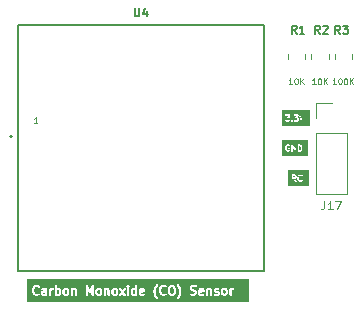
<source format=gto>
G04 #@! TF.GenerationSoftware,KiCad,Pcbnew,7.0.2*
G04 #@! TF.CreationDate,2023-08-11T04:56:28+05:00*
G04 #@! TF.ProjectId,CO Sesnor Breakout,434f2053-6573-46e6-9f72-20427265616b,rev?*
G04 #@! TF.SameCoordinates,Original*
G04 #@! TF.FileFunction,Legend,Top*
G04 #@! TF.FilePolarity,Positive*
%FSLAX46Y46*%
G04 Gerber Fmt 4.6, Leading zero omitted, Abs format (unit mm)*
G04 Created by KiCad (PCBNEW 7.0.2) date 2023-08-11 04:56:28*
%MOMM*%
%LPD*%
G01*
G04 APERTURE LIST*
%ADD10C,0.125000*%
%ADD11C,0.187500*%
%ADD12C,0.150000*%
%ADD13C,0.120000*%
%ADD14C,0.127000*%
%ADD15C,0.200000*%
G04 APERTURE END LIST*
D10*
X204212857Y-110651309D02*
X203927143Y-110651309D01*
X204070000Y-110651309D02*
X204070000Y-110151309D01*
X204070000Y-110151309D02*
X204022381Y-110222738D01*
X204022381Y-110222738D02*
X203974762Y-110270357D01*
X203974762Y-110270357D02*
X203927143Y-110294166D01*
G36*
X226020120Y-115151485D02*
G01*
X226029586Y-115160950D01*
X226042261Y-115186300D01*
X226042261Y-115228221D01*
X226029585Y-115253572D01*
X226020120Y-115263037D01*
X225994768Y-115275714D01*
X225941331Y-115275714D01*
X225926284Y-115274154D01*
X225923197Y-115275714D01*
X225881547Y-115275714D01*
X225881547Y-115138809D01*
X225994768Y-115138809D01*
X226020120Y-115151485D01*
G37*
G36*
X227171429Y-116010179D02*
G01*
X225441071Y-116010179D01*
X225441071Y-115347484D01*
X225754571Y-115347484D01*
X225756547Y-115351810D01*
X225756547Y-115585296D01*
X225764249Y-115611526D01*
X225791987Y-115635562D01*
X225828317Y-115640785D01*
X225861704Y-115625538D01*
X225881547Y-115594661D01*
X225881547Y-115400714D01*
X225905554Y-115400714D01*
X226058713Y-115619513D01*
X226080064Y-115636585D01*
X226116572Y-115640369D01*
X226149330Y-115623814D01*
X226167938Y-115592177D01*
X226166487Y-115555502D01*
X226049357Y-115388173D01*
X226078082Y-115373811D01*
X226088358Y-115371576D01*
X226100529Y-115359405D01*
X226100559Y-115359377D01*
X226230153Y-115359377D01*
X226232737Y-115369717D01*
X226232738Y-115371010D01*
X226234913Y-115378417D01*
X226255713Y-115461618D01*
X226254938Y-115468798D01*
X226260077Y-115479077D01*
X226260593Y-115481138D01*
X226264080Y-115487083D01*
X226283450Y-115525822D01*
X226285686Y-115536097D01*
X226297854Y-115548265D01*
X226309594Y-115560886D01*
X226310777Y-115561188D01*
X226343900Y-115594311D01*
X226353302Y-115605989D01*
X226365416Y-115610027D01*
X226376629Y-115616150D01*
X226382521Y-115615728D01*
X226434705Y-115633123D01*
X226443552Y-115638809D01*
X226460759Y-115638809D01*
X226477986Y-115639432D01*
X226479037Y-115638809D01*
X226501686Y-115638809D01*
X226511876Y-115641405D01*
X226528204Y-115635962D01*
X226544740Y-115631107D01*
X226545539Y-115630184D01*
X226597525Y-115612856D01*
X226612171Y-115609670D01*
X226621200Y-115600639D01*
X226631690Y-115593350D01*
X226633948Y-115587891D01*
X226655311Y-115566528D01*
X226668412Y-115542534D01*
X226665793Y-115505925D01*
X226643797Y-115476543D01*
X226609407Y-115463716D01*
X226573543Y-115471519D01*
X226547189Y-115497873D01*
X226499381Y-115513809D01*
X226472046Y-115513809D01*
X226424237Y-115497872D01*
X226394222Y-115467857D01*
X226378016Y-115435446D01*
X226357738Y-115354330D01*
X226357738Y-115298288D01*
X226378017Y-115217171D01*
X226394223Y-115184760D01*
X226424237Y-115154745D01*
X226472048Y-115138809D01*
X226499380Y-115138809D01*
X226547191Y-115154746D01*
X226566922Y-115174477D01*
X226590915Y-115187578D01*
X226627525Y-115184961D01*
X226656907Y-115162965D01*
X226669734Y-115128575D01*
X226661932Y-115092711D01*
X226627528Y-115058307D01*
X226618127Y-115046630D01*
X226606008Y-115042590D01*
X226594798Y-115036469D01*
X226588908Y-115036890D01*
X226536720Y-115019493D01*
X226527875Y-115013809D01*
X226510669Y-115013809D01*
X226493442Y-115013186D01*
X226492391Y-115013809D01*
X226469741Y-115013809D01*
X226459550Y-115011213D01*
X226443219Y-115016656D01*
X226426687Y-115021511D01*
X226425887Y-115022433D01*
X226373901Y-115039762D01*
X226359258Y-115042948D01*
X226350226Y-115051979D01*
X226339737Y-115059270D01*
X226337479Y-115064726D01*
X226304205Y-115098001D01*
X226295163Y-115103372D01*
X226287460Y-115118777D01*
X226279207Y-115133892D01*
X226279294Y-115135109D01*
X226268123Y-115157449D01*
X226262864Y-115162395D01*
X226260077Y-115173541D01*
X226259126Y-115175444D01*
X226257904Y-115182234D01*
X226237098Y-115265457D01*
X226232738Y-115272243D01*
X226232737Y-115282899D01*
X226232424Y-115284156D01*
X226232737Y-115291875D01*
X226232738Y-115351735D01*
X226230153Y-115359377D01*
X226100559Y-115359377D01*
X226113148Y-115347667D01*
X226113450Y-115346484D01*
X226119603Y-115340331D01*
X226128647Y-115334960D01*
X226136351Y-115319549D01*
X226144602Y-115304442D01*
X226144514Y-115303223D01*
X226159158Y-115273935D01*
X226167261Y-115261328D01*
X226167261Y-115248555D01*
X226169523Y-115235983D01*
X226167261Y-115230529D01*
X226167261Y-115174913D01*
X226168870Y-115160011D01*
X226163157Y-115148586D01*
X226159559Y-115136330D01*
X226155096Y-115132462D01*
X226140359Y-115102987D01*
X226138123Y-115092710D01*
X226125952Y-115080539D01*
X226114216Y-115067923D01*
X226113032Y-115067620D01*
X226106878Y-115061466D01*
X226101508Y-115052425D01*
X226086112Y-115044726D01*
X226070987Y-115036468D01*
X226069769Y-115036555D01*
X226040484Y-115021912D01*
X226027875Y-115013809D01*
X226015103Y-115013809D01*
X226002531Y-115011547D01*
X225997077Y-115013809D01*
X225823522Y-115013809D01*
X225809777Y-115011833D01*
X225797147Y-115017600D01*
X225783830Y-115021511D01*
X225780716Y-115025104D01*
X225776390Y-115027080D01*
X225768886Y-115038756D01*
X225759794Y-115049249D01*
X225759117Y-115053957D01*
X225756547Y-115057957D01*
X225756547Y-115071834D01*
X225754571Y-115085579D01*
X225756547Y-115089905D01*
X225756547Y-115333739D01*
X225754571Y-115347484D01*
X225441071Y-115347484D01*
X225441071Y-114679821D01*
X227171429Y-114679821D01*
X227171429Y-116010179D01*
G37*
G36*
X226459572Y-112614746D02*
G01*
X226489586Y-112644761D01*
X226505792Y-112677171D01*
X226526071Y-112758287D01*
X226526071Y-112814329D01*
X226505791Y-112895446D01*
X226489585Y-112927857D01*
X226459571Y-112957873D01*
X226411763Y-112973809D01*
X226365357Y-112973809D01*
X226365357Y-112598809D01*
X226411762Y-112598809D01*
X226459572Y-112614746D01*
G37*
G36*
X227155239Y-113470179D02*
G01*
X224901071Y-113470179D01*
X224901071Y-112819377D01*
X225190153Y-112819377D01*
X225192737Y-112829717D01*
X225192738Y-112831010D01*
X225194913Y-112838417D01*
X225215713Y-112921618D01*
X225214938Y-112928798D01*
X225220077Y-112939077D01*
X225220593Y-112941138D01*
X225224080Y-112947083D01*
X225243450Y-112985822D01*
X225245686Y-112996097D01*
X225257854Y-113008265D01*
X225269594Y-113020886D01*
X225270777Y-113021188D01*
X225303900Y-113054311D01*
X225313302Y-113065989D01*
X225325416Y-113070027D01*
X225336629Y-113076150D01*
X225342521Y-113075728D01*
X225394705Y-113093123D01*
X225403552Y-113098809D01*
X225420759Y-113098809D01*
X225437986Y-113099432D01*
X225439037Y-113098809D01*
X225461686Y-113098809D01*
X225471876Y-113101405D01*
X225488204Y-113095962D01*
X225504740Y-113091107D01*
X225505539Y-113090184D01*
X225557525Y-113072856D01*
X225572171Y-113069670D01*
X225581200Y-113060639D01*
X225591690Y-113053350D01*
X225593948Y-113047891D01*
X225600981Y-113040858D01*
X225607418Y-113037919D01*
X225613708Y-113028130D01*
X225615311Y-113026528D01*
X225618546Y-113020602D01*
X225627261Y-113007042D01*
X225627261Y-113004642D01*
X225628412Y-113002534D01*
X225627261Y-112986445D01*
X225627261Y-112826497D01*
X225629237Y-112812753D01*
X225623469Y-112800123D01*
X225619559Y-112786806D01*
X225615965Y-112783692D01*
X225613990Y-112779366D01*
X225602313Y-112771862D01*
X225591821Y-112762770D01*
X225587112Y-112762093D01*
X225583113Y-112759523D01*
X225569236Y-112759523D01*
X225555491Y-112757547D01*
X225551164Y-112759523D01*
X225460536Y-112759523D01*
X225434306Y-112767225D01*
X225410270Y-112794963D01*
X225405047Y-112831293D01*
X225420294Y-112864680D01*
X225451171Y-112884523D01*
X225502261Y-112884523D01*
X225502261Y-112959516D01*
X225459381Y-112973809D01*
X225432046Y-112973809D01*
X225384237Y-112957872D01*
X225354222Y-112927857D01*
X225338016Y-112895446D01*
X225317738Y-112814330D01*
X225317738Y-112758288D01*
X225338017Y-112677171D01*
X225354223Y-112644760D01*
X225384237Y-112614745D01*
X225432048Y-112598809D01*
X225478578Y-112598809D01*
X225521039Y-112620040D01*
X225547944Y-112624881D01*
X225581848Y-112610821D01*
X225602767Y-112580663D01*
X225603800Y-112551384D01*
X225715677Y-112551384D01*
X225716547Y-112552906D01*
X225716547Y-113045296D01*
X225724249Y-113071526D01*
X225751987Y-113095562D01*
X225788317Y-113100785D01*
X225821704Y-113085538D01*
X225841547Y-113054661D01*
X225841547Y-112771657D01*
X226006858Y-113060952D01*
X226009963Y-113071526D01*
X226022607Y-113082483D01*
X226034655Y-113094073D01*
X226036374Y-113094412D01*
X226037701Y-113095562D01*
X226054264Y-113097943D01*
X226070664Y-113101180D01*
X226072294Y-113100535D01*
X226074031Y-113100785D01*
X226089253Y-113093833D01*
X226104798Y-113087690D01*
X226105820Y-113086267D01*
X226107418Y-113085538D01*
X226116463Y-113071462D01*
X226126222Y-113057888D01*
X226126313Y-113056135D01*
X226127261Y-113054661D01*
X226127261Y-113045579D01*
X226238381Y-113045579D01*
X226244148Y-113058208D01*
X226248059Y-113071526D01*
X226251652Y-113074639D01*
X226253628Y-113078966D01*
X226265304Y-113086469D01*
X226275797Y-113095562D01*
X226280505Y-113096238D01*
X226284505Y-113098809D01*
X226298382Y-113098809D01*
X226312127Y-113100785D01*
X226316454Y-113098809D01*
X226414069Y-113098809D01*
X226424259Y-113101405D01*
X226440592Y-113095960D01*
X226457122Y-113091107D01*
X226457921Y-113090184D01*
X226509903Y-113072857D01*
X226524551Y-113069671D01*
X226533582Y-113060639D01*
X226544072Y-113053349D01*
X226546329Y-113047891D01*
X226579603Y-113014616D01*
X226588646Y-113009246D01*
X226596351Y-112993836D01*
X226604602Y-112978725D01*
X226604515Y-112977508D01*
X226615685Y-112955168D01*
X226620945Y-112950223D01*
X226623731Y-112939076D01*
X226624683Y-112937174D01*
X226625904Y-112930383D01*
X226646710Y-112847160D01*
X226651071Y-112840375D01*
X226651071Y-112829718D01*
X226651385Y-112828462D01*
X226651071Y-112820742D01*
X226651071Y-112760882D01*
X226653656Y-112753241D01*
X226651071Y-112742900D01*
X226651071Y-112741608D01*
X226648895Y-112734200D01*
X226628095Y-112651000D01*
X226628871Y-112643820D01*
X226623731Y-112633540D01*
X226623216Y-112631480D01*
X226619728Y-112625534D01*
X226600358Y-112586796D01*
X226598123Y-112576520D01*
X226585945Y-112564343D01*
X226574215Y-112551732D01*
X226573032Y-112551429D01*
X226539909Y-112518307D01*
X226530508Y-112506630D01*
X226518389Y-112502590D01*
X226507179Y-112496469D01*
X226501289Y-112496890D01*
X226449103Y-112479493D01*
X226440257Y-112473809D01*
X226423051Y-112473809D01*
X226405824Y-112473186D01*
X226404773Y-112473809D01*
X226307332Y-112473809D01*
X226293587Y-112471833D01*
X226280957Y-112477600D01*
X226267640Y-112481511D01*
X226264526Y-112485104D01*
X226260200Y-112487080D01*
X226252696Y-112498756D01*
X226243604Y-112509249D01*
X226242927Y-112513957D01*
X226240357Y-112517957D01*
X226240357Y-112531834D01*
X226238381Y-112545579D01*
X226240357Y-112549905D01*
X226240357Y-113031834D01*
X226238381Y-113045579D01*
X226127261Y-113045579D01*
X226127261Y-113037938D01*
X226128131Y-113021234D01*
X226127261Y-113019711D01*
X226127261Y-112527322D01*
X226119559Y-112501092D01*
X226091821Y-112477056D01*
X226055491Y-112471833D01*
X226022104Y-112487080D01*
X226002261Y-112517957D01*
X226002261Y-112800961D01*
X225836950Y-112511667D01*
X225833845Y-112501092D01*
X225821196Y-112490131D01*
X225809152Y-112478545D01*
X225807433Y-112478205D01*
X225806107Y-112477056D01*
X225789552Y-112474675D01*
X225773144Y-112471437D01*
X225771511Y-112472082D01*
X225769777Y-112471833D01*
X225754574Y-112478775D01*
X225739009Y-112484927D01*
X225737984Y-112486351D01*
X225736390Y-112487080D01*
X225727351Y-112501144D01*
X225717586Y-112514730D01*
X225717494Y-112516482D01*
X225716547Y-112517957D01*
X225716547Y-112534679D01*
X225715677Y-112551384D01*
X225603800Y-112551384D01*
X225604061Y-112543982D01*
X225585318Y-112512425D01*
X225524294Y-112481912D01*
X225511685Y-112473809D01*
X225498913Y-112473809D01*
X225486341Y-112471547D01*
X225480887Y-112473809D01*
X225429741Y-112473809D01*
X225419550Y-112471213D01*
X225403219Y-112476656D01*
X225386687Y-112481511D01*
X225385887Y-112482433D01*
X225333901Y-112499762D01*
X225319258Y-112502948D01*
X225310226Y-112511979D01*
X225299737Y-112519270D01*
X225297479Y-112524726D01*
X225264205Y-112558001D01*
X225255163Y-112563372D01*
X225247460Y-112578777D01*
X225239207Y-112593892D01*
X225239294Y-112595109D01*
X225228123Y-112617449D01*
X225222864Y-112622395D01*
X225220077Y-112633541D01*
X225219126Y-112635444D01*
X225217904Y-112642234D01*
X225197098Y-112725457D01*
X225192738Y-112732243D01*
X225192737Y-112742899D01*
X225192424Y-112744156D01*
X225192737Y-112751875D01*
X225192738Y-112811735D01*
X225190153Y-112819377D01*
X224901071Y-112819377D01*
X224901071Y-112139821D01*
X227155239Y-112139821D01*
X227155239Y-113470179D01*
G37*
D11*
G36*
X204864233Y-125113214D02*
G01*
X204730114Y-125113214D01*
X204706431Y-125101372D01*
X204694590Y-125077690D01*
X204694590Y-125050523D01*
X204706430Y-125026841D01*
X204730114Y-125015000D01*
X204864233Y-125015000D01*
X204864233Y-125113214D01*
G37*
G36*
X206009592Y-124819727D02*
G01*
X206023790Y-124833925D01*
X206042804Y-124871951D01*
X206042803Y-125041975D01*
X206023791Y-125080001D01*
X206009590Y-125094201D01*
X205971566Y-125113214D01*
X205873161Y-125113214D01*
X205873161Y-124800714D01*
X205971565Y-124800714D01*
X206009592Y-124819727D01*
G37*
G36*
X206688163Y-124819727D02*
G01*
X206702361Y-124833925D01*
X206721375Y-124871951D01*
X206721375Y-125041975D01*
X206702362Y-125080001D01*
X206688161Y-125094201D01*
X206650137Y-125113214D01*
X206587256Y-125113214D01*
X206549230Y-125094201D01*
X206535029Y-125080000D01*
X206516018Y-125041976D01*
X206516018Y-124871952D01*
X206535031Y-124833925D01*
X206549229Y-124819727D01*
X206587256Y-124800714D01*
X206650136Y-124800714D01*
X206688163Y-124819727D01*
G37*
G36*
X209473877Y-124819727D02*
G01*
X209488075Y-124833925D01*
X209507089Y-124871951D01*
X209507089Y-125041975D01*
X209488076Y-125080001D01*
X209473875Y-125094201D01*
X209435851Y-125113214D01*
X209372970Y-125113214D01*
X209334944Y-125094201D01*
X209320743Y-125080000D01*
X209301732Y-125041976D01*
X209301732Y-124871952D01*
X209320745Y-124833925D01*
X209334943Y-124819727D01*
X209372970Y-124800714D01*
X209435850Y-124800714D01*
X209473877Y-124819727D01*
G37*
G36*
X210831019Y-124819727D02*
G01*
X210845217Y-124833925D01*
X210864231Y-124871952D01*
X210864231Y-125041975D01*
X210845218Y-125080001D01*
X210831017Y-125094201D01*
X210792993Y-125113214D01*
X210730112Y-125113214D01*
X210692086Y-125094201D01*
X210677885Y-125080000D01*
X210658874Y-125041976D01*
X210658874Y-124871952D01*
X210677887Y-124833925D01*
X210692085Y-124819727D01*
X210730112Y-124800714D01*
X210792992Y-124800714D01*
X210831019Y-124819727D01*
G37*
G36*
X212471374Y-125113214D02*
G01*
X212372969Y-125113214D01*
X212334943Y-125094201D01*
X212320742Y-125080000D01*
X212301731Y-125041976D01*
X212301731Y-124871952D01*
X212320744Y-124833925D01*
X212334942Y-124819727D01*
X212372969Y-124800714D01*
X212471374Y-124800714D01*
X212471374Y-125113214D01*
G37*
G36*
X213135948Y-124811477D02*
G01*
X212980302Y-124842607D01*
X212980302Y-124836238D01*
X212992143Y-124812555D01*
X213015826Y-124800714D01*
X213114420Y-124800714D01*
X213135948Y-124811477D01*
G37*
G36*
X215688161Y-124569726D02*
G01*
X215730470Y-124612037D01*
X215757088Y-124718504D01*
X215757088Y-124945423D01*
X215730470Y-125051891D01*
X215688162Y-125094200D01*
X215650135Y-125113214D01*
X215551541Y-125113214D01*
X215513515Y-125094201D01*
X215471204Y-125051891D01*
X215444588Y-124945421D01*
X215444588Y-124718503D01*
X215471204Y-124612036D01*
X215513514Y-124569726D01*
X215551540Y-124550714D01*
X215650135Y-124550714D01*
X215688161Y-124569726D01*
G37*
G36*
X218171663Y-124811477D02*
G01*
X218016017Y-124842607D01*
X218016017Y-124836238D01*
X218027858Y-124812555D01*
X218051541Y-124800714D01*
X218150135Y-124800714D01*
X218171663Y-124811477D01*
G37*
G36*
X220116733Y-124819727D02*
G01*
X220130931Y-124833925D01*
X220149945Y-124871951D01*
X220149945Y-125041975D01*
X220130932Y-125080001D01*
X220116731Y-125094201D01*
X220078707Y-125113214D01*
X220015826Y-125113214D01*
X219977800Y-125094201D01*
X219963599Y-125080000D01*
X219944588Y-125041976D01*
X219944588Y-124871952D01*
X219963601Y-124833925D01*
X219977799Y-124819727D01*
X220015826Y-124800714D01*
X220078706Y-124800714D01*
X220116733Y-124819727D01*
G37*
G36*
X222129410Y-125857768D02*
G01*
X203319590Y-125857768D01*
X203319590Y-124881566D01*
X203753213Y-124881566D01*
X203757090Y-124897074D01*
X203757090Y-124899015D01*
X203760355Y-124910134D01*
X203791552Y-125034927D01*
X203790390Y-125045696D01*
X203798100Y-125061116D01*
X203798873Y-125064208D01*
X203804104Y-125073124D01*
X203833159Y-125131234D01*
X203836512Y-125146647D01*
X203854765Y-125164900D01*
X203872372Y-125183829D01*
X203874148Y-125184283D01*
X203923835Y-125233970D01*
X203937936Y-125251484D01*
X203956111Y-125257542D01*
X203972928Y-125266725D01*
X203981763Y-125266093D01*
X204060041Y-125292185D01*
X204073312Y-125300714D01*
X204099136Y-125300714D01*
X204124962Y-125301648D01*
X204126538Y-125300714D01*
X204160513Y-125300714D01*
X204175799Y-125304608D01*
X204200300Y-125296440D01*
X204225093Y-125289161D01*
X204226292Y-125287777D01*
X204304266Y-125261785D01*
X204326238Y-125257006D01*
X204339785Y-125243458D01*
X204355518Y-125232524D01*
X204358904Y-125224338D01*
X204390949Y-125192293D01*
X204410600Y-125156303D01*
X204406672Y-125101388D01*
X204373678Y-125057315D01*
X204324252Y-125038881D01*
X204503697Y-125038881D01*
X204507090Y-125047061D01*
X204507090Y-125094770D01*
X204504676Y-125117125D01*
X204513245Y-125134263D01*
X204518643Y-125152646D01*
X204525336Y-125158445D01*
X204542020Y-125191814D01*
X204541892Y-125195457D01*
X204554221Y-125216215D01*
X204558730Y-125225233D01*
X204561073Y-125227752D01*
X204570006Y-125242792D01*
X204579458Y-125247518D01*
X204586658Y-125255258D01*
X204603605Y-125259591D01*
X204661541Y-125288558D01*
X204680455Y-125300714D01*
X204699616Y-125300714D01*
X204718472Y-125304107D01*
X204726653Y-125300714D01*
X204881504Y-125300714D01*
X204903858Y-125303128D01*
X204918198Y-125295957D01*
X204971888Y-125303677D01*
X205021968Y-125280807D01*
X205051733Y-125234492D01*
X205051732Y-125183047D01*
X205055630Y-125167807D01*
X205051733Y-125156080D01*
X205051732Y-124897331D01*
X205055630Y-124882091D01*
X205051733Y-124870364D01*
X205051733Y-124860310D01*
X205217982Y-124860310D01*
X205221374Y-124868490D01*
X205221375Y-125220444D01*
X205232928Y-125259789D01*
X205274536Y-125295842D01*
X205329030Y-125303677D01*
X205379110Y-125280807D01*
X205408875Y-125234492D01*
X205408875Y-124871952D01*
X205427888Y-124833925D01*
X205442087Y-124819726D01*
X205480113Y-124800714D01*
X205542891Y-124800714D01*
X205582236Y-124789161D01*
X205618289Y-124747553D01*
X205618495Y-124746121D01*
X205681764Y-124746121D01*
X205685661Y-124757847D01*
X205685661Y-125169604D01*
X205684749Y-125195457D01*
X205685661Y-125196992D01*
X205685661Y-125220444D01*
X205697214Y-125259789D01*
X205738822Y-125295842D01*
X205793316Y-125303677D01*
X205813546Y-125294438D01*
X205823312Y-125300714D01*
X205842473Y-125300714D01*
X205861329Y-125304107D01*
X205869510Y-125300714D01*
X205988649Y-125300714D01*
X206011001Y-125303127D01*
X206028135Y-125294559D01*
X206046522Y-125289161D01*
X206052322Y-125282466D01*
X206096537Y-125260358D01*
X206111951Y-125257006D01*
X206130209Y-125238747D01*
X206149133Y-125221145D01*
X206149586Y-125219370D01*
X206158818Y-125210138D01*
X206172382Y-125202083D01*
X206183937Y-125178971D01*
X206196315Y-125156304D01*
X206196184Y-125154477D01*
X206218148Y-125110549D01*
X206230304Y-125091635D01*
X206230304Y-125072474D01*
X206233697Y-125053618D01*
X206230304Y-125045437D01*
X206230304Y-124860310D01*
X206325125Y-124860310D01*
X206328518Y-124868490D01*
X206328518Y-125059059D01*
X206326105Y-125081411D01*
X206334672Y-125098545D01*
X206340071Y-125116932D01*
X206346765Y-125122732D01*
X206368872Y-125166946D01*
X206372225Y-125182360D01*
X206390488Y-125200623D01*
X206408087Y-125219543D01*
X206409861Y-125219996D01*
X206419091Y-125229226D01*
X206427148Y-125242792D01*
X206450259Y-125254347D01*
X206472926Y-125266725D01*
X206474753Y-125266594D01*
X206518683Y-125288558D01*
X206537597Y-125300714D01*
X206556758Y-125300714D01*
X206575614Y-125304107D01*
X206583795Y-125300714D01*
X206667220Y-125300714D01*
X206689572Y-125303127D01*
X206706706Y-125294559D01*
X206725093Y-125289161D01*
X206730893Y-125282466D01*
X206775108Y-125260358D01*
X206790522Y-125257006D01*
X206808780Y-125238747D01*
X206827704Y-125221145D01*
X206828157Y-125219370D01*
X206837389Y-125210138D01*
X206850953Y-125202083D01*
X206862508Y-125178971D01*
X206874886Y-125156304D01*
X206874755Y-125154477D01*
X206896719Y-125110549D01*
X206908875Y-125091635D01*
X206908875Y-125072474D01*
X206912268Y-125053618D01*
X206908875Y-125045437D01*
X206908875Y-124854871D01*
X206911289Y-124832517D01*
X206902719Y-124815378D01*
X206897322Y-124796996D01*
X206890628Y-124791196D01*
X206873842Y-124757623D01*
X207041078Y-124757623D01*
X207042803Y-124781738D01*
X207042803Y-125220444D01*
X207054356Y-125259789D01*
X207095964Y-125295842D01*
X207150458Y-125303677D01*
X207200538Y-125280807D01*
X207230303Y-125234492D01*
X207230303Y-124818476D01*
X207265827Y-124800714D01*
X207328707Y-124800714D01*
X207352390Y-124812555D01*
X207364231Y-124836238D01*
X207364232Y-125220444D01*
X207375785Y-125259789D01*
X207417393Y-125295842D01*
X207471887Y-125303677D01*
X207521967Y-125280807D01*
X207551732Y-125234492D01*
X207551732Y-124819154D01*
X207554145Y-124796802D01*
X207545577Y-124779666D01*
X207540179Y-124761282D01*
X207533484Y-124755481D01*
X207516800Y-124722113D01*
X207516929Y-124718472D01*
X207504604Y-124697721D01*
X207500091Y-124688694D01*
X207497745Y-124686172D01*
X207488815Y-124671136D01*
X207479361Y-124666409D01*
X207472162Y-124658670D01*
X207455216Y-124654337D01*
X207397281Y-124625369D01*
X207378367Y-124613214D01*
X207359206Y-124613214D01*
X207340350Y-124609821D01*
X207332169Y-124613214D01*
X207248746Y-124613214D01*
X207226392Y-124610800D01*
X207209253Y-124619369D01*
X207190871Y-124624767D01*
X207188290Y-124627745D01*
X207177142Y-124618086D01*
X207122648Y-124610251D01*
X207072568Y-124633121D01*
X207042803Y-124679436D01*
X207042803Y-124754463D01*
X207041078Y-124757623D01*
X206873842Y-124757623D01*
X206868520Y-124746979D01*
X206865167Y-124731565D01*
X206846902Y-124713301D01*
X206829307Y-124694385D01*
X206827531Y-124693931D01*
X206818299Y-124684698D01*
X206810244Y-124671136D01*
X206787133Y-124659581D01*
X206764464Y-124647203D01*
X206762638Y-124647333D01*
X206718710Y-124625369D01*
X206699796Y-124613214D01*
X206680635Y-124613214D01*
X206661779Y-124609821D01*
X206653598Y-124613214D01*
X206570175Y-124613214D01*
X206547821Y-124610800D01*
X206530682Y-124619369D01*
X206512300Y-124624767D01*
X206506500Y-124631460D01*
X206462282Y-124653569D01*
X206446870Y-124656922D01*
X206428611Y-124675180D01*
X206409689Y-124692782D01*
X206409235Y-124694556D01*
X206400004Y-124703787D01*
X206386440Y-124711844D01*
X206374885Y-124734953D01*
X206362507Y-124757623D01*
X206362637Y-124759449D01*
X206340673Y-124803379D01*
X206328518Y-124822293D01*
X206328518Y-124841453D01*
X206325125Y-124860310D01*
X206230304Y-124860310D01*
X206230304Y-124854871D01*
X206232718Y-124832517D01*
X206224148Y-124815378D01*
X206218751Y-124796996D01*
X206212057Y-124791196D01*
X206189949Y-124746979D01*
X206186596Y-124731565D01*
X206168331Y-124713301D01*
X206150736Y-124694385D01*
X206148960Y-124693931D01*
X206139728Y-124684698D01*
X206131673Y-124671136D01*
X206108562Y-124659581D01*
X206085893Y-124647203D01*
X206084067Y-124647333D01*
X206040139Y-124625369D01*
X206021225Y-124613214D01*
X206002064Y-124613214D01*
X205983208Y-124609821D01*
X205975027Y-124613214D01*
X205873161Y-124613214D01*
X205873161Y-124471664D01*
X208289957Y-124471664D01*
X208292803Y-124477762D01*
X208292803Y-125220444D01*
X208304356Y-125259789D01*
X208345964Y-125295842D01*
X208400458Y-125303677D01*
X208450538Y-125280807D01*
X208480303Y-125234492D01*
X208480303Y-124879547D01*
X208551284Y-125031651D01*
X208562187Y-125056053D01*
X208574597Y-125064174D01*
X208584406Y-125075307D01*
X208597160Y-125078938D01*
X208608255Y-125086198D01*
X208623090Y-125086320D01*
X208637357Y-125090382D01*
X208650045Y-125086542D01*
X208663308Y-125086652D01*
X208675856Y-125078732D01*
X208690052Y-125074437D01*
X208698651Y-125064346D01*
X208709866Y-125057269D01*
X208716139Y-125043826D01*
X208725762Y-125032535D01*
X208727541Y-125019393D01*
X208792802Y-124879547D01*
X208792803Y-125220444D01*
X208804356Y-125259789D01*
X208845964Y-125295842D01*
X208900458Y-125303677D01*
X208950538Y-125280807D01*
X208980303Y-125234492D01*
X208980303Y-124860310D01*
X209110839Y-124860310D01*
X209114232Y-124868490D01*
X209114232Y-125059059D01*
X209111819Y-125081411D01*
X209120386Y-125098545D01*
X209125785Y-125116932D01*
X209132479Y-125122732D01*
X209154586Y-125166946D01*
X209157939Y-125182360D01*
X209176202Y-125200623D01*
X209193801Y-125219543D01*
X209195575Y-125219996D01*
X209204805Y-125229226D01*
X209212862Y-125242792D01*
X209235973Y-125254347D01*
X209258640Y-125266725D01*
X209260467Y-125266594D01*
X209304397Y-125288558D01*
X209323311Y-125300714D01*
X209342472Y-125300714D01*
X209361328Y-125304107D01*
X209369509Y-125300714D01*
X209452934Y-125300714D01*
X209475286Y-125303127D01*
X209492420Y-125294559D01*
X209510807Y-125289161D01*
X209516607Y-125282466D01*
X209560822Y-125260358D01*
X209576236Y-125257006D01*
X209594494Y-125238747D01*
X209613418Y-125221145D01*
X209613871Y-125219370D01*
X209623103Y-125210138D01*
X209636667Y-125202083D01*
X209648222Y-125178971D01*
X209660600Y-125156304D01*
X209660469Y-125154477D01*
X209682433Y-125110549D01*
X209694589Y-125091635D01*
X209694589Y-125072474D01*
X209697982Y-125053618D01*
X209694589Y-125045437D01*
X209694589Y-124854871D01*
X209697003Y-124832517D01*
X209688433Y-124815378D01*
X209683036Y-124796996D01*
X209676342Y-124791196D01*
X209659556Y-124757623D01*
X209826792Y-124757623D01*
X209828517Y-124781738D01*
X209828517Y-125220444D01*
X209840070Y-125259789D01*
X209881678Y-125295842D01*
X209936172Y-125303677D01*
X209986252Y-125280807D01*
X210016017Y-125234492D01*
X210016017Y-124818476D01*
X210051541Y-124800714D01*
X210114421Y-124800714D01*
X210138104Y-124812555D01*
X210149946Y-124836238D01*
X210149946Y-125220444D01*
X210161499Y-125259789D01*
X210203107Y-125295842D01*
X210257601Y-125303677D01*
X210307681Y-125280807D01*
X210337446Y-125234492D01*
X210337446Y-124860310D01*
X210467981Y-124860310D01*
X210471374Y-124868490D01*
X210471374Y-125059058D01*
X210468961Y-125081411D01*
X210477528Y-125098545D01*
X210482927Y-125116932D01*
X210489621Y-125122732D01*
X210511728Y-125166946D01*
X210515081Y-125182360D01*
X210533344Y-125200623D01*
X210550943Y-125219543D01*
X210552717Y-125219996D01*
X210561947Y-125229226D01*
X210570004Y-125242792D01*
X210593115Y-125254347D01*
X210615782Y-125266725D01*
X210617609Y-125266594D01*
X210661539Y-125288558D01*
X210680453Y-125300714D01*
X210699614Y-125300714D01*
X210718470Y-125304107D01*
X210726651Y-125300714D01*
X210810076Y-125300714D01*
X210832428Y-125303127D01*
X210849562Y-125294559D01*
X210867949Y-125289161D01*
X210873749Y-125282466D01*
X210917964Y-125260358D01*
X210933378Y-125257006D01*
X210951636Y-125238747D01*
X210970560Y-125221145D01*
X210971013Y-125219370D01*
X210980245Y-125210138D01*
X210993809Y-125202083D01*
X210995991Y-125197718D01*
X211110711Y-125197718D01*
X211121153Y-125251774D01*
X211159162Y-125291602D01*
X211212671Y-125304559D01*
X211264690Y-125286531D01*
X211404409Y-125108706D01*
X211535449Y-125275484D01*
X211568841Y-125299284D01*
X211623833Y-125301927D01*
X211671523Y-125274420D01*
X211696772Y-125225496D01*
X211691563Y-125170689D01*
X211523635Y-124956964D01*
X211682883Y-124754286D01*
X211698107Y-124716210D01*
X211687664Y-124662155D01*
X211649656Y-124622326D01*
X211596147Y-124609369D01*
X211544128Y-124627398D01*
X211404408Y-124805221D01*
X211273369Y-124638444D01*
X211239976Y-124614644D01*
X211184985Y-124612001D01*
X211137295Y-124639508D01*
X211112046Y-124688431D01*
X211117255Y-124743239D01*
X211285182Y-124956963D01*
X211125934Y-125159643D01*
X211110711Y-125197718D01*
X210995991Y-125197718D01*
X211005364Y-125178971D01*
X211017742Y-125156304D01*
X211017611Y-125154477D01*
X211039575Y-125110549D01*
X211051731Y-125091635D01*
X211051731Y-125072474D01*
X211055124Y-125053618D01*
X211051731Y-125045437D01*
X211051731Y-124854871D01*
X211054145Y-124832517D01*
X211045575Y-124815378D01*
X211040178Y-124796996D01*
X211033484Y-124791196D01*
X211011376Y-124746979D01*
X211008023Y-124731565D01*
X210989758Y-124713301D01*
X210972163Y-124694385D01*
X210970387Y-124693931D01*
X210961155Y-124684698D01*
X210953100Y-124671136D01*
X210929989Y-124659581D01*
X210907320Y-124647203D01*
X210905494Y-124647333D01*
X210861566Y-124625369D01*
X210842652Y-124613214D01*
X210823491Y-124613214D01*
X210804635Y-124609821D01*
X210796454Y-124613214D01*
X210713031Y-124613214D01*
X210690677Y-124610800D01*
X210673538Y-124619369D01*
X210655156Y-124624767D01*
X210649356Y-124631460D01*
X210605138Y-124653569D01*
X210589726Y-124656922D01*
X210571467Y-124675180D01*
X210552545Y-124692782D01*
X210552091Y-124694556D01*
X210542860Y-124703787D01*
X210529296Y-124711844D01*
X210517741Y-124734953D01*
X210505363Y-124757623D01*
X210505493Y-124759449D01*
X210483529Y-124803379D01*
X210471374Y-124822293D01*
X210471374Y-124841453D01*
X210467981Y-124860310D01*
X210337446Y-124860310D01*
X210337446Y-124819154D01*
X210339859Y-124796802D01*
X210331291Y-124779666D01*
X210325893Y-124761282D01*
X210319198Y-124755481D01*
X210302514Y-124722113D01*
X210302643Y-124718472D01*
X210290318Y-124697721D01*
X210285805Y-124688694D01*
X210283459Y-124686172D01*
X210274529Y-124671136D01*
X210265075Y-124666409D01*
X210257876Y-124658670D01*
X210240930Y-124654337D01*
X210182995Y-124625369D01*
X210164081Y-124613214D01*
X210144920Y-124613214D01*
X210126064Y-124609821D01*
X210117883Y-124613214D01*
X210034460Y-124613214D01*
X210012106Y-124610800D01*
X209994967Y-124619369D01*
X209976585Y-124624767D01*
X209974004Y-124627745D01*
X209962856Y-124618086D01*
X209908362Y-124610251D01*
X209858282Y-124633121D01*
X209828517Y-124679436D01*
X209828517Y-124754463D01*
X209826792Y-124757623D01*
X209659556Y-124757623D01*
X209654234Y-124746979D01*
X209650881Y-124731565D01*
X209632616Y-124713301D01*
X209615021Y-124694385D01*
X209613245Y-124693931D01*
X209604013Y-124684698D01*
X209595958Y-124671136D01*
X209572847Y-124659581D01*
X209550178Y-124647203D01*
X209548352Y-124647333D01*
X209504424Y-124625369D01*
X209485510Y-124613214D01*
X209466349Y-124613214D01*
X209447493Y-124609821D01*
X209439312Y-124613214D01*
X209355889Y-124613214D01*
X209333535Y-124610800D01*
X209316396Y-124619369D01*
X209298014Y-124624767D01*
X209292214Y-124631460D01*
X209247996Y-124653569D01*
X209232584Y-124656922D01*
X209214325Y-124675180D01*
X209195403Y-124692782D01*
X209194949Y-124694556D01*
X209185718Y-124703787D01*
X209172154Y-124711844D01*
X209160599Y-124734953D01*
X209148221Y-124757623D01*
X209148351Y-124759449D01*
X209126387Y-124803379D01*
X209114232Y-124822293D01*
X209114232Y-124841453D01*
X209110839Y-124860310D01*
X208980303Y-124860310D01*
X208980303Y-124485707D01*
X211753379Y-124485707D01*
X211757805Y-124506054D01*
X211759291Y-124526823D01*
X211763565Y-124532533D01*
X211765082Y-124539504D01*
X211779806Y-124554228D01*
X211792284Y-124570897D01*
X211798967Y-124573389D01*
X211803340Y-124577763D01*
X211804355Y-124581217D01*
X211817542Y-124592643D01*
X211827998Y-124606611D01*
X211837942Y-124610320D01*
X211845963Y-124617270D01*
X211854567Y-124618507D01*
X211822567Y-124633121D01*
X211792802Y-124679436D01*
X211792802Y-125220444D01*
X211804355Y-125259789D01*
X211845963Y-125295842D01*
X211900457Y-125303677D01*
X211950537Y-125280807D01*
X211980302Y-125234492D01*
X211980302Y-124860310D01*
X212110838Y-124860310D01*
X212114231Y-124868490D01*
X212114231Y-125059059D01*
X212111818Y-125081411D01*
X212120385Y-125098545D01*
X212125784Y-125116932D01*
X212132478Y-125122732D01*
X212154585Y-125166946D01*
X212157938Y-125182360D01*
X212176201Y-125200623D01*
X212193800Y-125219543D01*
X212195574Y-125219996D01*
X212204804Y-125229226D01*
X212212861Y-125242792D01*
X212235972Y-125254347D01*
X212258639Y-125266725D01*
X212260466Y-125266594D01*
X212304396Y-125288558D01*
X212323310Y-125300714D01*
X212342471Y-125300714D01*
X212361327Y-125304107D01*
X212369508Y-125300714D01*
X212488645Y-125300714D01*
X212510999Y-125303128D01*
X212525339Y-125295957D01*
X212579029Y-125303677D01*
X212629109Y-125280807D01*
X212658874Y-125234492D01*
X212658874Y-125183047D01*
X212662771Y-125167807D01*
X212658874Y-125156080D01*
X212658874Y-124824596D01*
X212789409Y-124824596D01*
X212792802Y-124832776D01*
X212792802Y-124932196D01*
X212791440Y-124934594D01*
X212792802Y-124959518D01*
X212792802Y-125094770D01*
X212790388Y-125117125D01*
X212798957Y-125134263D01*
X212804355Y-125152646D01*
X212811048Y-125158445D01*
X212827732Y-125191814D01*
X212827604Y-125195457D01*
X212839933Y-125216215D01*
X212844442Y-125225233D01*
X212846785Y-125227752D01*
X212855718Y-125242792D01*
X212865170Y-125247518D01*
X212872370Y-125255258D01*
X212889317Y-125259591D01*
X212947253Y-125288558D01*
X212966167Y-125300714D01*
X212985328Y-125300714D01*
X213004184Y-125304107D01*
X213012365Y-125300714D01*
X213131504Y-125300714D01*
X213153856Y-125303127D01*
X213170990Y-125294559D01*
X213189377Y-125289161D01*
X213195177Y-125282466D01*
X213261963Y-125249074D01*
X213291988Y-125221145D01*
X213305627Y-125167806D01*
X213288264Y-125115562D01*
X213245412Y-125080996D01*
X213190676Y-125075087D01*
X213114421Y-125113214D01*
X213015826Y-125113214D01*
X212992143Y-125101372D01*
X212980302Y-125077689D01*
X212980302Y-125033820D01*
X213229052Y-124984070D01*
X214039224Y-124984070D01*
X214042802Y-125001960D01*
X214042802Y-125006158D01*
X214045434Y-125015123D01*
X214076159Y-125168748D01*
X214074622Y-125174782D01*
X214081480Y-125195357D01*
X214082980Y-125202854D01*
X214085723Y-125208084D01*
X214112578Y-125288647D01*
X214111817Y-125295696D01*
X214121149Y-125314361D01*
X214123305Y-125320827D01*
X214127145Y-125326353D01*
X214150315Y-125372692D01*
X214150420Y-125378919D01*
X214162454Y-125396970D01*
X214165871Y-125403804D01*
X214169891Y-125408126D01*
X214227283Y-125494215D01*
X214229367Y-125503791D01*
X214242268Y-125516691D01*
X214244595Y-125520182D01*
X214251756Y-125526180D01*
X214294080Y-125568502D01*
X214330070Y-125588153D01*
X214384985Y-125584225D01*
X214429058Y-125551231D01*
X214448297Y-125499647D01*
X214436594Y-125445851D01*
X214387977Y-125397235D01*
X214324937Y-125302674D01*
X214294813Y-125242425D01*
X214263050Y-125147141D01*
X214230302Y-124983394D01*
X214230302Y-124881566D01*
X214503211Y-124881566D01*
X214507088Y-124897074D01*
X214507088Y-124899015D01*
X214510353Y-124910134D01*
X214541550Y-125034927D01*
X214540388Y-125045696D01*
X214548098Y-125061116D01*
X214548871Y-125064208D01*
X214554102Y-125073124D01*
X214583157Y-125131234D01*
X214586510Y-125146647D01*
X214604763Y-125164900D01*
X214622370Y-125183829D01*
X214624146Y-125184283D01*
X214673833Y-125233970D01*
X214687934Y-125251484D01*
X214706109Y-125257542D01*
X214722926Y-125266725D01*
X214731761Y-125266093D01*
X214810039Y-125292185D01*
X214823310Y-125300714D01*
X214849134Y-125300714D01*
X214874960Y-125301648D01*
X214876536Y-125300714D01*
X214910511Y-125300714D01*
X214925797Y-125304608D01*
X214950298Y-125296440D01*
X214975091Y-125289161D01*
X214976290Y-125287777D01*
X215054264Y-125261785D01*
X215076236Y-125257006D01*
X215089783Y-125243458D01*
X215105516Y-125232524D01*
X215108902Y-125224338D01*
X215140947Y-125192293D01*
X215160598Y-125156303D01*
X215156670Y-125101388D01*
X215123676Y-125057315D01*
X215072092Y-125038076D01*
X215018296Y-125049779D01*
X214978765Y-125089310D01*
X214907054Y-125113214D01*
X214866052Y-125113214D01*
X214794336Y-125089309D01*
X214749315Y-125044288D01*
X214725006Y-124995670D01*
X214714338Y-124952995D01*
X215253211Y-124952995D01*
X215257088Y-124968503D01*
X215257088Y-124970444D01*
X215260353Y-124981563D01*
X215295250Y-125121152D01*
X215300796Y-125146647D01*
X215311767Y-125157618D01*
X215319621Y-125171005D01*
X215330837Y-125176688D01*
X215383377Y-125229228D01*
X215391433Y-125242792D01*
X215414544Y-125254347D01*
X215437212Y-125266725D01*
X215439038Y-125266594D01*
X215482966Y-125288558D01*
X215501881Y-125300714D01*
X215521042Y-125300714D01*
X215539898Y-125304107D01*
X215548079Y-125300714D01*
X215667216Y-125300714D01*
X215689570Y-125303128D01*
X215706708Y-125294558D01*
X215725091Y-125289161D01*
X215730890Y-125282467D01*
X215775107Y-125260359D01*
X215790522Y-125257006D01*
X215808783Y-125238744D01*
X215827703Y-125221146D01*
X215828157Y-125219370D01*
X215880383Y-125167142D01*
X215899397Y-125149265D01*
X215903160Y-125134210D01*
X215910598Y-125120590D01*
X215909701Y-125108049D01*
X215938046Y-124994671D01*
X215944588Y-124984492D01*
X215944587Y-124968503D01*
X215945058Y-124966624D01*
X215944588Y-124955058D01*
X215944588Y-124722392D01*
X215948465Y-124710932D01*
X215944587Y-124695424D01*
X215944588Y-124693484D01*
X215941323Y-124682365D01*
X215906428Y-124542788D01*
X215900880Y-124517281D01*
X215889906Y-124506307D01*
X215882054Y-124492923D01*
X215870839Y-124487240D01*
X215818298Y-124434698D01*
X215810243Y-124421136D01*
X215787145Y-124409587D01*
X215764465Y-124397203D01*
X215762637Y-124397333D01*
X215718707Y-124375369D01*
X215699794Y-124363214D01*
X215680633Y-124363214D01*
X215661777Y-124359821D01*
X215653596Y-124363214D01*
X215534457Y-124363214D01*
X215512105Y-124360801D01*
X215494970Y-124369368D01*
X215476584Y-124374767D01*
X215470783Y-124381461D01*
X215426570Y-124403567D01*
X215411155Y-124406921D01*
X215392884Y-124425191D01*
X215373973Y-124442783D01*
X215373519Y-124444556D01*
X215321292Y-124496784D01*
X215302278Y-124514663D01*
X215298514Y-124529717D01*
X215291077Y-124543338D01*
X215291974Y-124555878D01*
X215263629Y-124669256D01*
X215257088Y-124679436D01*
X215257088Y-124695423D01*
X215256618Y-124697304D01*
X215257088Y-124708869D01*
X215257088Y-124941534D01*
X215253211Y-124952995D01*
X214714338Y-124952995D01*
X214694588Y-124873992D01*
X214694588Y-124789931D01*
X214725006Y-124668258D01*
X214749315Y-124619639D01*
X214794336Y-124574618D01*
X214866051Y-124550714D01*
X214907053Y-124550714D01*
X214978766Y-124574618D01*
X215008363Y-124604215D01*
X215044354Y-124623867D01*
X215099268Y-124619939D01*
X215143342Y-124586946D01*
X215162582Y-124535363D01*
X215150879Y-124481566D01*
X215099273Y-124429960D01*
X215085171Y-124412444D01*
X215066993Y-124406384D01*
X215050178Y-124397203D01*
X215041343Y-124397834D01*
X214963063Y-124371741D01*
X214949794Y-124363214D01*
X214923971Y-124363214D01*
X214898145Y-124362280D01*
X214896569Y-124363214D01*
X214862593Y-124363214D01*
X214847308Y-124359320D01*
X214822814Y-124367484D01*
X214798013Y-124374767D01*
X214796813Y-124376151D01*
X214718844Y-124402140D01*
X214696869Y-124406921D01*
X214683318Y-124420471D01*
X214667588Y-124431404D01*
X214664202Y-124439587D01*
X214614287Y-124489503D01*
X214600724Y-124497559D01*
X214589168Y-124520670D01*
X214576791Y-124543338D01*
X214576921Y-124545164D01*
X214560167Y-124578672D01*
X214552278Y-124586091D01*
X214548097Y-124602812D01*
X214546671Y-124605666D01*
X214544839Y-124615847D01*
X214513629Y-124740684D01*
X214507088Y-124750864D01*
X214507088Y-124766851D01*
X214506618Y-124768732D01*
X214507088Y-124780297D01*
X214507088Y-124870105D01*
X214503211Y-124881566D01*
X214230302Y-124881566D01*
X214230302Y-124859104D01*
X214263050Y-124695361D01*
X214294813Y-124600073D01*
X214324937Y-124539824D01*
X214387978Y-124445261D01*
X214426660Y-124406581D01*
X214446313Y-124370591D01*
X214444329Y-124342852D01*
X216003378Y-124342852D01*
X216015081Y-124396648D01*
X216063695Y-124445261D01*
X216126738Y-124539825D01*
X216156862Y-124600074D01*
X216188624Y-124695358D01*
X216221373Y-124859104D01*
X216221373Y-124983394D01*
X216188624Y-125147138D01*
X216156861Y-125242427D01*
X216126738Y-125302673D01*
X216063697Y-125397236D01*
X216025015Y-125435917D01*
X216005362Y-125471908D01*
X216009290Y-125526822D01*
X216042282Y-125570896D01*
X216093865Y-125590137D01*
X216147662Y-125578435D01*
X216190304Y-125535793D01*
X216199287Y-125531872D01*
X216209408Y-125516689D01*
X216212374Y-125513724D01*
X216216850Y-125505527D01*
X216274169Y-125419547D01*
X216279521Y-125416369D01*
X216289220Y-125396969D01*
X216293462Y-125390608D01*
X216295220Y-125384970D01*
X216318406Y-125338599D01*
X216323929Y-125334154D01*
X216330527Y-125314359D01*
X216333576Y-125308262D01*
X216334768Y-125301636D01*
X216361612Y-125221104D01*
X216365940Y-125216629D01*
X216370193Y-125195359D01*
X216372611Y-125188108D01*
X216372824Y-125182206D01*
X216403575Y-125028449D01*
X216408873Y-125020206D01*
X216408873Y-125001961D01*
X216409696Y-124997846D01*
X216408873Y-124988541D01*
X216408873Y-124867549D01*
X216412451Y-124858428D01*
X216408873Y-124840537D01*
X216408873Y-124836341D01*
X216406240Y-124827376D01*
X216375516Y-124673752D01*
X216377053Y-124667720D01*
X216370194Y-124647145D01*
X216368695Y-124639646D01*
X216365950Y-124634413D01*
X216357916Y-124610310D01*
X217110838Y-124610310D01*
X217114231Y-124618490D01*
X217114231Y-124666202D01*
X217111818Y-124688554D01*
X217120385Y-124705688D01*
X217125784Y-124724075D01*
X217132478Y-124729875D01*
X217154586Y-124774090D01*
X217157939Y-124789504D01*
X217176201Y-124807766D01*
X217193800Y-124826686D01*
X217195574Y-124827139D01*
X217204807Y-124836372D01*
X217212861Y-124849933D01*
X217235952Y-124861479D01*
X217258640Y-124873867D01*
X217260466Y-124873736D01*
X217293975Y-124890491D01*
X217301394Y-124898381D01*
X217318114Y-124902560D01*
X217320968Y-124903988D01*
X217331152Y-124905820D01*
X217460972Y-124938275D01*
X217509590Y-124962584D01*
X217523789Y-124976783D01*
X217542801Y-125014808D01*
X217542801Y-125041975D01*
X217523788Y-125080002D01*
X217509590Y-125094200D01*
X217471564Y-125113214D01*
X217330338Y-125113214D01*
X217224839Y-125078048D01*
X217183860Y-125076566D01*
X217136499Y-125104638D01*
X217111834Y-125153858D01*
X217117694Y-125208601D01*
X217152220Y-125251484D01*
X217274325Y-125292185D01*
X217287596Y-125300714D01*
X217313420Y-125300714D01*
X217339246Y-125301648D01*
X217340822Y-125300714D01*
X217488645Y-125300714D01*
X217510999Y-125303128D01*
X217528137Y-125294558D01*
X217546520Y-125289161D01*
X217552319Y-125282467D01*
X217596536Y-125260359D01*
X217611951Y-125257006D01*
X217630209Y-125238746D01*
X217649132Y-125221146D01*
X217649586Y-125219369D01*
X217658817Y-125210138D01*
X217672380Y-125202083D01*
X217683934Y-125178972D01*
X217696313Y-125156303D01*
X217696182Y-125154477D01*
X217718146Y-125110549D01*
X217730302Y-125091635D01*
X217730302Y-125072474D01*
X217733695Y-125053618D01*
X217730302Y-125045437D01*
X217730301Y-124997726D01*
X217732715Y-124975374D01*
X217724147Y-124958239D01*
X217718749Y-124939853D01*
X217712054Y-124934052D01*
X217689947Y-124889838D01*
X217686595Y-124874425D01*
X217668327Y-124856157D01*
X217650733Y-124837242D01*
X217648959Y-124836788D01*
X217639727Y-124827556D01*
X217637969Y-124824596D01*
X217825124Y-124824596D01*
X217828517Y-124832776D01*
X217828517Y-124932196D01*
X217827155Y-124934594D01*
X217828517Y-124959518D01*
X217828517Y-125094770D01*
X217826103Y-125117125D01*
X217834672Y-125134263D01*
X217840070Y-125152646D01*
X217846763Y-125158445D01*
X217863447Y-125191814D01*
X217863319Y-125195457D01*
X217875648Y-125216215D01*
X217880157Y-125225233D01*
X217882500Y-125227752D01*
X217891433Y-125242792D01*
X217900885Y-125247518D01*
X217908085Y-125255258D01*
X217925032Y-125259591D01*
X217982968Y-125288558D01*
X218001882Y-125300714D01*
X218021043Y-125300714D01*
X218039899Y-125304107D01*
X218048080Y-125300714D01*
X218167219Y-125300714D01*
X218189571Y-125303127D01*
X218206705Y-125294559D01*
X218225092Y-125289161D01*
X218230892Y-125282466D01*
X218297678Y-125249074D01*
X218327703Y-125221145D01*
X218341342Y-125167806D01*
X218323979Y-125115562D01*
X218281127Y-125080996D01*
X218226391Y-125075087D01*
X218150136Y-125113214D01*
X218051541Y-125113214D01*
X218027858Y-125101372D01*
X218016017Y-125077689D01*
X218016017Y-125033820D01*
X218282007Y-124980622D01*
X218293315Y-124982248D01*
X218308459Y-124975331D01*
X218311014Y-124974821D01*
X218320689Y-124969746D01*
X218343395Y-124959378D01*
X218344886Y-124957057D01*
X218347330Y-124955776D01*
X218359659Y-124934069D01*
X218373160Y-124913063D01*
X218373160Y-124910302D01*
X218374522Y-124907905D01*
X218373160Y-124882980D01*
X218373160Y-124819154D01*
X218375573Y-124796802D01*
X218367005Y-124779666D01*
X218361607Y-124761282D01*
X218357384Y-124757623D01*
X218505363Y-124757623D01*
X218507088Y-124781738D01*
X218507088Y-125220444D01*
X218518641Y-125259789D01*
X218560249Y-125295842D01*
X218614743Y-125303677D01*
X218664823Y-125280807D01*
X218694588Y-125234492D01*
X218694588Y-124818476D01*
X218730112Y-124800714D01*
X218792992Y-124800714D01*
X218816675Y-124812555D01*
X218828517Y-124836238D01*
X218828517Y-125220444D01*
X218840070Y-125259789D01*
X218881678Y-125295842D01*
X218936172Y-125303677D01*
X218986252Y-125280807D01*
X219016017Y-125234492D01*
X219016017Y-124824596D01*
X219146552Y-124824596D01*
X219149945Y-124832776D01*
X219149945Y-124844770D01*
X219147531Y-124867125D01*
X219156100Y-124884263D01*
X219161498Y-124902646D01*
X219168191Y-124908445D01*
X219184875Y-124941814D01*
X219184747Y-124945457D01*
X219197076Y-124966215D01*
X219201585Y-124975233D01*
X219203928Y-124977752D01*
X219212861Y-124992792D01*
X219222313Y-124997518D01*
X219229513Y-125005258D01*
X219246460Y-125009591D01*
X219304396Y-125038558D01*
X219323310Y-125050714D01*
X219342471Y-125050714D01*
X219361327Y-125054107D01*
X219369508Y-125050714D01*
X219435849Y-125050714D01*
X219459531Y-125062555D01*
X219469235Y-125081963D01*
X219459531Y-125101372D01*
X219435849Y-125113214D01*
X219337255Y-125113214D01*
X219273564Y-125081369D01*
X219233206Y-125074107D01*
X219182352Y-125095199D01*
X219150974Y-125140436D01*
X219149033Y-125195456D01*
X219177147Y-125242792D01*
X219268680Y-125288558D01*
X219287595Y-125300714D01*
X219306756Y-125300714D01*
X219325612Y-125304107D01*
X219333793Y-125300714D01*
X219452930Y-125300714D01*
X219475284Y-125303128D01*
X219492422Y-125294558D01*
X219510805Y-125289161D01*
X219516604Y-125282467D01*
X219549973Y-125265783D01*
X219553616Y-125265912D01*
X219574374Y-125253582D01*
X219583392Y-125249074D01*
X219585911Y-125246730D01*
X219600951Y-125237798D01*
X219605677Y-125228345D01*
X219613417Y-125221146D01*
X219617750Y-125204198D01*
X219646717Y-125146262D01*
X219658873Y-125127349D01*
X219658873Y-125108188D01*
X219662266Y-125089332D01*
X219658873Y-125081151D01*
X219658873Y-125069157D01*
X219661287Y-125046803D01*
X219652717Y-125029664D01*
X219647320Y-125011282D01*
X219640626Y-125005482D01*
X219623942Y-124972114D01*
X219624071Y-124968471D01*
X219611741Y-124947712D01*
X219607233Y-124938695D01*
X219604889Y-124936175D01*
X219595957Y-124921136D01*
X219586502Y-124916408D01*
X219579305Y-124908671D01*
X219562359Y-124904337D01*
X219504421Y-124875369D01*
X219485508Y-124863214D01*
X219466347Y-124863214D01*
X219450209Y-124860310D01*
X219753695Y-124860310D01*
X219757088Y-124868490D01*
X219757088Y-125059058D01*
X219754675Y-125081411D01*
X219763242Y-125098545D01*
X219768641Y-125116932D01*
X219775335Y-125122732D01*
X219797442Y-125166946D01*
X219800795Y-125182360D01*
X219819058Y-125200623D01*
X219836657Y-125219543D01*
X219838431Y-125219996D01*
X219847661Y-125229226D01*
X219855718Y-125242792D01*
X219878829Y-125254347D01*
X219901496Y-125266725D01*
X219903323Y-125266594D01*
X219947253Y-125288558D01*
X219966167Y-125300714D01*
X219985328Y-125300714D01*
X220004184Y-125304107D01*
X220012365Y-125300714D01*
X220095790Y-125300714D01*
X220118142Y-125303127D01*
X220135276Y-125294559D01*
X220153663Y-125289161D01*
X220159463Y-125282466D01*
X220203678Y-125260358D01*
X220219092Y-125257006D01*
X220237350Y-125238747D01*
X220256274Y-125221145D01*
X220256727Y-125219370D01*
X220265959Y-125210138D01*
X220279523Y-125202083D01*
X220291078Y-125178971D01*
X220303456Y-125156304D01*
X220303325Y-125154477D01*
X220325289Y-125110549D01*
X220337445Y-125091635D01*
X220337445Y-125072474D01*
X220340838Y-125053618D01*
X220337445Y-125045437D01*
X220337444Y-124860310D01*
X220467980Y-124860310D01*
X220471373Y-124868490D01*
X220471373Y-125220444D01*
X220482926Y-125259789D01*
X220524534Y-125295842D01*
X220579028Y-125303677D01*
X220629108Y-125280807D01*
X220658873Y-125234492D01*
X220658873Y-124871952D01*
X220677886Y-124833925D01*
X220692085Y-124819726D01*
X220730111Y-124800714D01*
X220792889Y-124800714D01*
X220832234Y-124789161D01*
X220868287Y-124747553D01*
X220876122Y-124693059D01*
X220853252Y-124642979D01*
X220806937Y-124613214D01*
X220713028Y-124613214D01*
X220690676Y-124610801D01*
X220673541Y-124619368D01*
X220655155Y-124624767D01*
X220649354Y-124631461D01*
X220631468Y-124640404D01*
X220605712Y-124618086D01*
X220551218Y-124610251D01*
X220501138Y-124633121D01*
X220471373Y-124679436D01*
X220471373Y-124841453D01*
X220467980Y-124860310D01*
X220337444Y-124860310D01*
X220337444Y-124854871D01*
X220339859Y-124832517D01*
X220331289Y-124815378D01*
X220325892Y-124796996D01*
X220319198Y-124791196D01*
X220297090Y-124746979D01*
X220293737Y-124731565D01*
X220275472Y-124713301D01*
X220257877Y-124694385D01*
X220256101Y-124693931D01*
X220246869Y-124684698D01*
X220238814Y-124671136D01*
X220215703Y-124659581D01*
X220193034Y-124647203D01*
X220191208Y-124647333D01*
X220147280Y-124625369D01*
X220128366Y-124613214D01*
X220109205Y-124613214D01*
X220090349Y-124609821D01*
X220082168Y-124613214D01*
X219998745Y-124613214D01*
X219976391Y-124610800D01*
X219959252Y-124619369D01*
X219940870Y-124624767D01*
X219935070Y-124631460D01*
X219890852Y-124653569D01*
X219875440Y-124656922D01*
X219857181Y-124675180D01*
X219838259Y-124692782D01*
X219837805Y-124694556D01*
X219828574Y-124703787D01*
X219815010Y-124711844D01*
X219803455Y-124734953D01*
X219791077Y-124757623D01*
X219791207Y-124759449D01*
X219769243Y-124803379D01*
X219757088Y-124822293D01*
X219757088Y-124841453D01*
X219753695Y-124860310D01*
X219450209Y-124860310D01*
X219447491Y-124859821D01*
X219439310Y-124863214D01*
X219372969Y-124863214D01*
X219349286Y-124851372D01*
X219339582Y-124831964D01*
X219349286Y-124812555D01*
X219372969Y-124800714D01*
X219435849Y-124800714D01*
X219499540Y-124832559D01*
X219539898Y-124839821D01*
X219590753Y-124818729D01*
X219622131Y-124773492D01*
X219624071Y-124718471D01*
X219595957Y-124671136D01*
X219504421Y-124625369D01*
X219485508Y-124613214D01*
X219466347Y-124613214D01*
X219447491Y-124609821D01*
X219439310Y-124613214D01*
X219355888Y-124613214D01*
X219333534Y-124610800D01*
X219316395Y-124619369D01*
X219298013Y-124624767D01*
X219292213Y-124631460D01*
X219258845Y-124648144D01*
X219255202Y-124648016D01*
X219234443Y-124660345D01*
X219225426Y-124664854D01*
X219222906Y-124667197D01*
X219207867Y-124676130D01*
X219203139Y-124685584D01*
X219195402Y-124692782D01*
X219191068Y-124709727D01*
X219162100Y-124767665D01*
X219149945Y-124786579D01*
X219149945Y-124805739D01*
X219146552Y-124824596D01*
X219016017Y-124824596D01*
X219016017Y-124819154D01*
X219018430Y-124796802D01*
X219009862Y-124779666D01*
X219004464Y-124761282D01*
X218997769Y-124755481D01*
X218981085Y-124722113D01*
X218981214Y-124718472D01*
X218968889Y-124697721D01*
X218964376Y-124688694D01*
X218962030Y-124686172D01*
X218953100Y-124671136D01*
X218943646Y-124666409D01*
X218936447Y-124658670D01*
X218919501Y-124654337D01*
X218861566Y-124625369D01*
X218842652Y-124613214D01*
X218823491Y-124613214D01*
X218804635Y-124609821D01*
X218796454Y-124613214D01*
X218713031Y-124613214D01*
X218690677Y-124610800D01*
X218673538Y-124619369D01*
X218655156Y-124624767D01*
X218652575Y-124627745D01*
X218641427Y-124618086D01*
X218586933Y-124610251D01*
X218536853Y-124633121D01*
X218507088Y-124679436D01*
X218507088Y-124754463D01*
X218505363Y-124757623D01*
X218357384Y-124757623D01*
X218354912Y-124755481D01*
X218338228Y-124722113D01*
X218338357Y-124718472D01*
X218326032Y-124697721D01*
X218321519Y-124688694D01*
X218319173Y-124686172D01*
X218310243Y-124671136D01*
X218300789Y-124666409D01*
X218293590Y-124658670D01*
X218276644Y-124654337D01*
X218218709Y-124625369D01*
X218199795Y-124613214D01*
X218180634Y-124613214D01*
X218161778Y-124609821D01*
X218153597Y-124613214D01*
X218034460Y-124613214D01*
X218012106Y-124610800D01*
X217994967Y-124619369D01*
X217976585Y-124624767D01*
X217970785Y-124631460D01*
X217937417Y-124648144D01*
X217933774Y-124648016D01*
X217913015Y-124660345D01*
X217903998Y-124664854D01*
X217901478Y-124667197D01*
X217886439Y-124676130D01*
X217881711Y-124685584D01*
X217873974Y-124692782D01*
X217869640Y-124709727D01*
X217840672Y-124767665D01*
X217828517Y-124786579D01*
X217828517Y-124805739D01*
X217825124Y-124824596D01*
X217637969Y-124824596D01*
X217631672Y-124813993D01*
X217608568Y-124802441D01*
X217585894Y-124790060D01*
X217584066Y-124790190D01*
X217550556Y-124773436D01*
X217543139Y-124765547D01*
X217526417Y-124761366D01*
X217523564Y-124759940D01*
X217513382Y-124758108D01*
X217383559Y-124725652D01*
X217334941Y-124701342D01*
X217320743Y-124687144D01*
X217301731Y-124649119D01*
X217301731Y-124621952D01*
X217320744Y-124583925D01*
X217334942Y-124569727D01*
X217372969Y-124550714D01*
X217514196Y-124550714D01*
X217619695Y-124585880D01*
X217660674Y-124587362D01*
X217708034Y-124559290D01*
X217732700Y-124510070D01*
X217726840Y-124455328D01*
X217692314Y-124412444D01*
X217570206Y-124371741D01*
X217556937Y-124363214D01*
X217531114Y-124363214D01*
X217505288Y-124362280D01*
X217503712Y-124363214D01*
X217355888Y-124363214D01*
X217333534Y-124360800D01*
X217316395Y-124369369D01*
X217298013Y-124374767D01*
X217292213Y-124381460D01*
X217247995Y-124403569D01*
X217232583Y-124406922D01*
X217214324Y-124425180D01*
X217195402Y-124442782D01*
X217194948Y-124444556D01*
X217185717Y-124453787D01*
X217172153Y-124461844D01*
X217160598Y-124484953D01*
X217148220Y-124507623D01*
X217148350Y-124509449D01*
X217126386Y-124553379D01*
X217114231Y-124572293D01*
X217114231Y-124591453D01*
X217110838Y-124610310D01*
X216357916Y-124610310D01*
X216339097Y-124553851D01*
X216339858Y-124546802D01*
X216330525Y-124528137D01*
X216328371Y-124521673D01*
X216324530Y-124516146D01*
X216301358Y-124469803D01*
X216301254Y-124463580D01*
X216289225Y-124445536D01*
X216285804Y-124438694D01*
X216281779Y-124434367D01*
X216224390Y-124348283D01*
X216222308Y-124338708D01*
X216209408Y-124325809D01*
X216207080Y-124322316D01*
X216199913Y-124316313D01*
X216157595Y-124273997D01*
X216121605Y-124254346D01*
X216066690Y-124258274D01*
X216022617Y-124291268D01*
X216003378Y-124342852D01*
X214444329Y-124342852D01*
X214442386Y-124315677D01*
X214409393Y-124271603D01*
X214357810Y-124252362D01*
X214304013Y-124264064D01*
X214261368Y-124306707D01*
X214252387Y-124310628D01*
X214242267Y-124325807D01*
X214239301Y-124328774D01*
X214234823Y-124336973D01*
X214177506Y-124422950D01*
X214172153Y-124426130D01*
X214162451Y-124445532D01*
X214158213Y-124451891D01*
X214156454Y-124457526D01*
X214133269Y-124503899D01*
X214127747Y-124508345D01*
X214121147Y-124528142D01*
X214118100Y-124534238D01*
X214116908Y-124540860D01*
X214090062Y-124621395D01*
X214085735Y-124625871D01*
X214081481Y-124647138D01*
X214079064Y-124654391D01*
X214078850Y-124660293D01*
X214048099Y-124814049D01*
X214042802Y-124822293D01*
X214042802Y-124840537D01*
X214041979Y-124844653D01*
X214042802Y-124853960D01*
X214042802Y-124974948D01*
X214039224Y-124984070D01*
X213229052Y-124984070D01*
X213246292Y-124980622D01*
X213257600Y-124982248D01*
X213272744Y-124975331D01*
X213275299Y-124974821D01*
X213284974Y-124969746D01*
X213307680Y-124959378D01*
X213309171Y-124957057D01*
X213311615Y-124955776D01*
X213323944Y-124934069D01*
X213337445Y-124913063D01*
X213337445Y-124910302D01*
X213338807Y-124907905D01*
X213337445Y-124882980D01*
X213337445Y-124819154D01*
X213339858Y-124796802D01*
X213331290Y-124779666D01*
X213325892Y-124761282D01*
X213319197Y-124755481D01*
X213302513Y-124722113D01*
X213302642Y-124718472D01*
X213290317Y-124697721D01*
X213285804Y-124688694D01*
X213283458Y-124686172D01*
X213274528Y-124671136D01*
X213265074Y-124666409D01*
X213257875Y-124658670D01*
X213240929Y-124654337D01*
X213182994Y-124625369D01*
X213164080Y-124613214D01*
X213144919Y-124613214D01*
X213126063Y-124609821D01*
X213117882Y-124613214D01*
X212998745Y-124613214D01*
X212976391Y-124610800D01*
X212959252Y-124619369D01*
X212940870Y-124624767D01*
X212935070Y-124631460D01*
X212901702Y-124648144D01*
X212898059Y-124648016D01*
X212877300Y-124660345D01*
X212868283Y-124664854D01*
X212865763Y-124667197D01*
X212850724Y-124676130D01*
X212845996Y-124685584D01*
X212838259Y-124692782D01*
X212833925Y-124709727D01*
X212804957Y-124767665D01*
X212792802Y-124786579D01*
X212792802Y-124805739D01*
X212789409Y-124824596D01*
X212658874Y-124824596D01*
X212658874Y-124744336D01*
X212659786Y-124718471D01*
X212658873Y-124716935D01*
X212658874Y-124443484D01*
X212647321Y-124404139D01*
X212605713Y-124368086D01*
X212551219Y-124360251D01*
X212501139Y-124383121D01*
X212471374Y-124429436D01*
X212471374Y-124613214D01*
X212355888Y-124613214D01*
X212333534Y-124610800D01*
X212316395Y-124619369D01*
X212298013Y-124624767D01*
X212292213Y-124631460D01*
X212247995Y-124653569D01*
X212232583Y-124656922D01*
X212214324Y-124675180D01*
X212195402Y-124692782D01*
X212194948Y-124694556D01*
X212185717Y-124703787D01*
X212172153Y-124711844D01*
X212160598Y-124734953D01*
X212148220Y-124757623D01*
X212148350Y-124759449D01*
X212126386Y-124803379D01*
X212114231Y-124822293D01*
X212114230Y-124841453D01*
X212110838Y-124860310D01*
X211980302Y-124860310D01*
X211980302Y-124693484D01*
X211968749Y-124654139D01*
X211927141Y-124618086D01*
X211923811Y-124617607D01*
X211926407Y-124615664D01*
X211933378Y-124614148D01*
X211940881Y-124606644D01*
X211950537Y-124602235D01*
X211956275Y-124593305D01*
X211964771Y-124586946D01*
X211967263Y-124580262D01*
X211983818Y-124563708D01*
X212000485Y-124551232D01*
X212007761Y-124531723D01*
X212017741Y-124513447D01*
X212017232Y-124506332D01*
X212019725Y-124499649D01*
X212015298Y-124479301D01*
X212013813Y-124458533D01*
X212009538Y-124452822D01*
X212008022Y-124445852D01*
X211993298Y-124431128D01*
X211980820Y-124414459D01*
X211974135Y-124411965D01*
X211969763Y-124407593D01*
X211968749Y-124404139D01*
X211955561Y-124392712D01*
X211945106Y-124378745D01*
X211935161Y-124375035D01*
X211927141Y-124368086D01*
X211916636Y-124366575D01*
X211907321Y-124361489D01*
X211900206Y-124361997D01*
X211893523Y-124359505D01*
X211883151Y-124361761D01*
X211872647Y-124360251D01*
X211862992Y-124364659D01*
X211852407Y-124365417D01*
X211846696Y-124369691D01*
X211839726Y-124371208D01*
X211832222Y-124378711D01*
X211822567Y-124383121D01*
X211816828Y-124392050D01*
X211808333Y-124398410D01*
X211805839Y-124405094D01*
X211789288Y-124421645D01*
X211772619Y-124434124D01*
X211765342Y-124453633D01*
X211755363Y-124471909D01*
X211755871Y-124479023D01*
X211753379Y-124485707D01*
X208980303Y-124485707D01*
X208980303Y-124464055D01*
X208983377Y-124443855D01*
X208974727Y-124424494D01*
X208968750Y-124404139D01*
X208963663Y-124399731D01*
X208960919Y-124393589D01*
X208943173Y-124381976D01*
X208927142Y-124368086D01*
X208920481Y-124367128D01*
X208914851Y-124363444D01*
X208893642Y-124363269D01*
X208872648Y-124360251D01*
X208866526Y-124363046D01*
X208859798Y-124362991D01*
X208841861Y-124374310D01*
X208822568Y-124383121D01*
X208818930Y-124388781D01*
X208813239Y-124392373D01*
X208804268Y-124411595D01*
X208792803Y-124429436D01*
X208792803Y-124436164D01*
X208636552Y-124770986D01*
X208474507Y-124423747D01*
X208468750Y-124404139D01*
X208452722Y-124390251D01*
X208438700Y-124374335D01*
X208432227Y-124372492D01*
X208427142Y-124368086D01*
X208406148Y-124365067D01*
X208385749Y-124359260D01*
X208379308Y-124361208D01*
X208372648Y-124360251D01*
X208353351Y-124369063D01*
X208333054Y-124375205D01*
X208328690Y-124380324D01*
X208322568Y-124383121D01*
X208311099Y-124400966D01*
X208297344Y-124417107D01*
X208296441Y-124423774D01*
X208292803Y-124429436D01*
X208292803Y-124450644D01*
X208289957Y-124471664D01*
X205873161Y-124471664D01*
X205873161Y-124443484D01*
X205861608Y-124404139D01*
X205820000Y-124368086D01*
X205765506Y-124360251D01*
X205715426Y-124383121D01*
X205685661Y-124429436D01*
X205685661Y-124730881D01*
X205681764Y-124746121D01*
X205618495Y-124746121D01*
X205626124Y-124693059D01*
X205603254Y-124642979D01*
X205556939Y-124613214D01*
X205463030Y-124613214D01*
X205440678Y-124610801D01*
X205423543Y-124619368D01*
X205405157Y-124624767D01*
X205399356Y-124631461D01*
X205381470Y-124640404D01*
X205355714Y-124618086D01*
X205301220Y-124610251D01*
X205251140Y-124633121D01*
X205221375Y-124679436D01*
X205221375Y-124841453D01*
X205217982Y-124860310D01*
X205051733Y-124860310D01*
X205051733Y-124819153D01*
X205054146Y-124796802D01*
X205045578Y-124779666D01*
X205040180Y-124761282D01*
X205033485Y-124755481D01*
X205016801Y-124722113D01*
X205016930Y-124718472D01*
X205004605Y-124697721D01*
X205000092Y-124688694D01*
X204997746Y-124686172D01*
X204988816Y-124671136D01*
X204979362Y-124666409D01*
X204972163Y-124658670D01*
X204955217Y-124654337D01*
X204897282Y-124625369D01*
X204878368Y-124613214D01*
X204859207Y-124613214D01*
X204840351Y-124609821D01*
X204832170Y-124613214D01*
X204713033Y-124613214D01*
X204690679Y-124610800D01*
X204673540Y-124619369D01*
X204655158Y-124624767D01*
X204649358Y-124631460D01*
X204582571Y-124664854D01*
X204552547Y-124692782D01*
X204538907Y-124746121D01*
X204556269Y-124798366D01*
X204599121Y-124832931D01*
X204653858Y-124838842D01*
X204730114Y-124800714D01*
X204828708Y-124800714D01*
X204852391Y-124812555D01*
X204859864Y-124827500D01*
X204713033Y-124827500D01*
X204690679Y-124825086D01*
X204673540Y-124833655D01*
X204655158Y-124839053D01*
X204649358Y-124845746D01*
X204615990Y-124862430D01*
X204612348Y-124862302D01*
X204591591Y-124874629D01*
X204582571Y-124879140D01*
X204580051Y-124881483D01*
X204565012Y-124890416D01*
X204560284Y-124899870D01*
X204552547Y-124907068D01*
X204548213Y-124924012D01*
X204519245Y-124981949D01*
X204507090Y-125000864D01*
X204507090Y-125020024D01*
X204503697Y-125038881D01*
X204324252Y-125038881D01*
X204322094Y-125038076D01*
X204268298Y-125049779D01*
X204228767Y-125089310D01*
X204157056Y-125113214D01*
X204116054Y-125113214D01*
X204044338Y-125089309D01*
X203999317Y-125044288D01*
X203975008Y-124995670D01*
X203944590Y-124873992D01*
X203944590Y-124789931D01*
X203975008Y-124668258D01*
X203999317Y-124619639D01*
X204044338Y-124574618D01*
X204116053Y-124550714D01*
X204157055Y-124550714D01*
X204228768Y-124574618D01*
X204258365Y-124604215D01*
X204294356Y-124623867D01*
X204349270Y-124619939D01*
X204393344Y-124586946D01*
X204412584Y-124535363D01*
X204400881Y-124481566D01*
X204349275Y-124429960D01*
X204335173Y-124412444D01*
X204316995Y-124406384D01*
X204300180Y-124397203D01*
X204291345Y-124397834D01*
X204213065Y-124371741D01*
X204199796Y-124363214D01*
X204173973Y-124363214D01*
X204148147Y-124362280D01*
X204146571Y-124363214D01*
X204112595Y-124363214D01*
X204097310Y-124359320D01*
X204072816Y-124367484D01*
X204048015Y-124374767D01*
X204046815Y-124376151D01*
X203968846Y-124402140D01*
X203946871Y-124406921D01*
X203933320Y-124420471D01*
X203917590Y-124431404D01*
X203914204Y-124439587D01*
X203864289Y-124489503D01*
X203850726Y-124497559D01*
X203839170Y-124520670D01*
X203826793Y-124543338D01*
X203826923Y-124545164D01*
X203810169Y-124578672D01*
X203802280Y-124586091D01*
X203798099Y-124602812D01*
X203796673Y-124605666D01*
X203794841Y-124615847D01*
X203763631Y-124740684D01*
X203757090Y-124750864D01*
X203757090Y-124766851D01*
X203756620Y-124768732D01*
X203757090Y-124780297D01*
X203757090Y-124870105D01*
X203753213Y-124881566D01*
X203319590Y-124881566D01*
X203319590Y-123862232D01*
X222129410Y-123862232D01*
X222129410Y-125857768D01*
G37*
D10*
G36*
X227270475Y-110930179D02*
G01*
X224921071Y-110930179D01*
X224921071Y-110444043D01*
X225186455Y-110444043D01*
X225194257Y-110479907D01*
X225225503Y-110511153D01*
X225230873Y-110520195D01*
X225246273Y-110527895D01*
X225261392Y-110536150D01*
X225262609Y-110536062D01*
X225291897Y-110550706D01*
X225304505Y-110558809D01*
X225317278Y-110558809D01*
X225329850Y-110561071D01*
X225335304Y-110558809D01*
X225462348Y-110558809D01*
X225477250Y-110560418D01*
X225488674Y-110554706D01*
X225500931Y-110551107D01*
X225504798Y-110546644D01*
X225534274Y-110531905D01*
X225544552Y-110529670D01*
X225556729Y-110517491D01*
X225569338Y-110505764D01*
X225569640Y-110504580D01*
X225575794Y-110498426D01*
X225584836Y-110493056D01*
X225592536Y-110477656D01*
X225597889Y-110467853D01*
X225686455Y-110467853D01*
X225689405Y-110481414D01*
X225690396Y-110495265D01*
X225693246Y-110499072D01*
X225694257Y-110503717D01*
X225704070Y-110513530D01*
X225712393Y-110524647D01*
X225716848Y-110526308D01*
X225719762Y-110529222D01*
X225720439Y-110531526D01*
X225729228Y-110539142D01*
X225736199Y-110548454D01*
X225742827Y-110550926D01*
X225748177Y-110555562D01*
X225755183Y-110556569D01*
X225761391Y-110559959D01*
X225766133Y-110559619D01*
X225770589Y-110561282D01*
X225777503Y-110559778D01*
X225784507Y-110560785D01*
X225790941Y-110557846D01*
X225798001Y-110557342D01*
X225801809Y-110554491D01*
X225806453Y-110553481D01*
X225811456Y-110548478D01*
X225817894Y-110545538D01*
X225821718Y-110539586D01*
X225827383Y-110535346D01*
X225829045Y-110530889D01*
X225840077Y-110519857D01*
X225851193Y-110511536D01*
X225856044Y-110498529D01*
X225862697Y-110486347D01*
X225862357Y-110481603D01*
X225864020Y-110477147D01*
X225861069Y-110463586D01*
X225860080Y-110449737D01*
X225857228Y-110445927D01*
X225856818Y-110444043D01*
X225900740Y-110444043D01*
X225908542Y-110479907D01*
X225939788Y-110511153D01*
X225945158Y-110520195D01*
X225960558Y-110527895D01*
X225975677Y-110536150D01*
X225976894Y-110536062D01*
X226006182Y-110550706D01*
X226018790Y-110558809D01*
X226031563Y-110558809D01*
X226044135Y-110561071D01*
X226049589Y-110558809D01*
X226176633Y-110558809D01*
X226191535Y-110560418D01*
X226202959Y-110554706D01*
X226215216Y-110551107D01*
X226219083Y-110546644D01*
X226248559Y-110531905D01*
X226258837Y-110529670D01*
X226271014Y-110517491D01*
X226283623Y-110505764D01*
X226283925Y-110504580D01*
X226290079Y-110498426D01*
X226299121Y-110493056D01*
X226306821Y-110477656D01*
X226315078Y-110462534D01*
X226314990Y-110461317D01*
X226329633Y-110432032D01*
X226337737Y-110419423D01*
X226337737Y-110406650D01*
X226339999Y-110394079D01*
X226337737Y-110388624D01*
X226337737Y-110285392D01*
X226339346Y-110270486D01*
X226333633Y-110259061D01*
X226330035Y-110246806D01*
X226325571Y-110242938D01*
X226310833Y-110213462D01*
X226308598Y-110203187D01*
X226296431Y-110191020D01*
X226284690Y-110178398D01*
X226283506Y-110178095D01*
X226277355Y-110171944D01*
X226271984Y-110162901D01*
X226256578Y-110155198D01*
X226241464Y-110146945D01*
X226240246Y-110147032D01*
X226230615Y-110142216D01*
X226310295Y-110051153D01*
X226310454Y-110051107D01*
X226322473Y-110037236D01*
X226328191Y-110030702D01*
X226328254Y-110030565D01*
X226334490Y-110023369D01*
X226335801Y-110014247D01*
X226339667Y-110005890D01*
X226338664Y-109998663D01*
X226352998Y-109998663D01*
X226521891Y-110505347D01*
X226521637Y-110512390D01*
X226527583Y-110522423D01*
X226528309Y-110524599D01*
X226532141Y-110530113D01*
X226540351Y-110543964D01*
X226542525Y-110545053D01*
X226543911Y-110547047D01*
X226558770Y-110553194D01*
X226573165Y-110560408D01*
X226575581Y-110560149D01*
X226577826Y-110561078D01*
X226593659Y-110558213D01*
X226609660Y-110556501D01*
X226611552Y-110554977D01*
X226613943Y-110554545D01*
X226625712Y-110543576D01*
X226638249Y-110533484D01*
X226639017Y-110531178D01*
X226640795Y-110529522D01*
X226644767Y-110513927D01*
X226813562Y-110007548D01*
X226814549Y-109980228D01*
X226795836Y-109948654D01*
X226763022Y-109932211D01*
X226726527Y-109936117D01*
X226697938Y-109959135D01*
X226584760Y-110298666D01*
X226474545Y-109968019D01*
X226458943Y-109945571D01*
X226425028Y-109931540D01*
X226388911Y-109938073D01*
X226362058Y-109963096D01*
X226352998Y-109998663D01*
X226338664Y-109998663D01*
X226338358Y-109996462D01*
X226339713Y-109987039D01*
X226335886Y-109978660D01*
X226334620Y-109969536D01*
X226328420Y-109962310D01*
X226324466Y-109953652D01*
X226316718Y-109948673D01*
X226310719Y-109941681D01*
X226301594Y-109938953D01*
X226293589Y-109933809D01*
X226284381Y-109933809D01*
X226275552Y-109931170D01*
X226266402Y-109933809D01*
X225956726Y-109933809D01*
X225930496Y-109941511D01*
X225906460Y-109969249D01*
X225901237Y-110005579D01*
X225916484Y-110038966D01*
X225947361Y-110058809D01*
X226137501Y-110058809D01*
X226073511Y-110131940D01*
X226073353Y-110131987D01*
X226061333Y-110145857D01*
X226055616Y-110152392D01*
X226055552Y-110152528D01*
X226049317Y-110159725D01*
X226048005Y-110168846D01*
X226044140Y-110177204D01*
X226045448Y-110186631D01*
X226044094Y-110196055D01*
X226047920Y-110204433D01*
X226049187Y-110213558D01*
X226055386Y-110220782D01*
X226059341Y-110229442D01*
X226067091Y-110234422D01*
X226073089Y-110241412D01*
X226082208Y-110244137D01*
X226090218Y-110249285D01*
X226099429Y-110249285D01*
X226108255Y-110251923D01*
X226117403Y-110249285D01*
X226165244Y-110249285D01*
X226190596Y-110261961D01*
X226200060Y-110271425D01*
X226212737Y-110296777D01*
X226212737Y-110386316D01*
X226200060Y-110411668D01*
X226190595Y-110421133D01*
X226165245Y-110433809D01*
X226051896Y-110433809D01*
X226026545Y-110421134D01*
X226003552Y-110398141D01*
X225979559Y-110385040D01*
X225942949Y-110387657D01*
X225913567Y-110409653D01*
X225900740Y-110444043D01*
X225856818Y-110444043D01*
X225856218Y-110441282D01*
X225846406Y-110431470D01*
X225838085Y-110420354D01*
X225833626Y-110418690D01*
X225830711Y-110415775D01*
X225830035Y-110413473D01*
X225821245Y-110405856D01*
X225814273Y-110396543D01*
X225807644Y-110394070D01*
X225802297Y-110389437D01*
X225795290Y-110388429D01*
X225789083Y-110385040D01*
X225784341Y-110385378D01*
X225779883Y-110383716D01*
X225772968Y-110385220D01*
X225765967Y-110384214D01*
X225759532Y-110387152D01*
X225752473Y-110387657D01*
X225748664Y-110390508D01*
X225744019Y-110391519D01*
X225739016Y-110396521D01*
X225732580Y-110399461D01*
X225728755Y-110405412D01*
X225723091Y-110409653D01*
X225721428Y-110414110D01*
X225710398Y-110425140D01*
X225699282Y-110433463D01*
X225694430Y-110446469D01*
X225687777Y-110458655D01*
X225688116Y-110463398D01*
X225686455Y-110467853D01*
X225597889Y-110467853D01*
X225600793Y-110462534D01*
X225600705Y-110461317D01*
X225615348Y-110432032D01*
X225623452Y-110419423D01*
X225623452Y-110406650D01*
X225625714Y-110394079D01*
X225623452Y-110388624D01*
X225623452Y-110285392D01*
X225625061Y-110270486D01*
X225619348Y-110259061D01*
X225615750Y-110246806D01*
X225611286Y-110242938D01*
X225596548Y-110213462D01*
X225594313Y-110203187D01*
X225582146Y-110191020D01*
X225570405Y-110178398D01*
X225569221Y-110178095D01*
X225563070Y-110171944D01*
X225557699Y-110162901D01*
X225542293Y-110155198D01*
X225527179Y-110146945D01*
X225525961Y-110147032D01*
X225516330Y-110142216D01*
X225596010Y-110051153D01*
X225596169Y-110051107D01*
X225608188Y-110037236D01*
X225613906Y-110030702D01*
X225613969Y-110030565D01*
X225620205Y-110023369D01*
X225621516Y-110014247D01*
X225625382Y-110005890D01*
X225624073Y-109996462D01*
X225625428Y-109987039D01*
X225621601Y-109978660D01*
X225620335Y-109969536D01*
X225614135Y-109962310D01*
X225610181Y-109953652D01*
X225602433Y-109948673D01*
X225596434Y-109941681D01*
X225587309Y-109938953D01*
X225579304Y-109933809D01*
X225570096Y-109933809D01*
X225561267Y-109931170D01*
X225552117Y-109933809D01*
X225242441Y-109933809D01*
X225216211Y-109941511D01*
X225192175Y-109969249D01*
X225186952Y-110005579D01*
X225202199Y-110038966D01*
X225233076Y-110058809D01*
X225423216Y-110058809D01*
X225359226Y-110131940D01*
X225359068Y-110131987D01*
X225347048Y-110145857D01*
X225341331Y-110152392D01*
X225341267Y-110152528D01*
X225335032Y-110159725D01*
X225333720Y-110168846D01*
X225329855Y-110177204D01*
X225331163Y-110186631D01*
X225329809Y-110196055D01*
X225333635Y-110204433D01*
X225334902Y-110213558D01*
X225341101Y-110220782D01*
X225345056Y-110229442D01*
X225352806Y-110234422D01*
X225358804Y-110241412D01*
X225367923Y-110244137D01*
X225375933Y-110249285D01*
X225385144Y-110249285D01*
X225393970Y-110251923D01*
X225403118Y-110249285D01*
X225450959Y-110249285D01*
X225476311Y-110261961D01*
X225485775Y-110271425D01*
X225498452Y-110296777D01*
X225498452Y-110386316D01*
X225485775Y-110411668D01*
X225476310Y-110421133D01*
X225450960Y-110433809D01*
X225337611Y-110433809D01*
X225312260Y-110421134D01*
X225289267Y-110398141D01*
X225265274Y-110385040D01*
X225228664Y-110387657D01*
X225199282Y-110409653D01*
X225186455Y-110444043D01*
X224921071Y-110444043D01*
X224921071Y-109599821D01*
X227270475Y-109599821D01*
X227270475Y-110930179D01*
G37*
D12*
G04 #@! TO.C,R2*
X228133333Y-103111333D02*
X227900000Y-102778000D01*
X227733333Y-103111333D02*
X227733333Y-102411333D01*
X227733333Y-102411333D02*
X228000000Y-102411333D01*
X228000000Y-102411333D02*
X228066667Y-102444666D01*
X228066667Y-102444666D02*
X228100000Y-102478000D01*
X228100000Y-102478000D02*
X228133333Y-102544666D01*
X228133333Y-102544666D02*
X228133333Y-102644666D01*
X228133333Y-102644666D02*
X228100000Y-102711333D01*
X228100000Y-102711333D02*
X228066667Y-102744666D01*
X228066667Y-102744666D02*
X228000000Y-102778000D01*
X228000000Y-102778000D02*
X227733333Y-102778000D01*
X228400000Y-102478000D02*
X228433333Y-102444666D01*
X228433333Y-102444666D02*
X228500000Y-102411333D01*
X228500000Y-102411333D02*
X228666667Y-102411333D01*
X228666667Y-102411333D02*
X228733333Y-102444666D01*
X228733333Y-102444666D02*
X228766667Y-102478000D01*
X228766667Y-102478000D02*
X228800000Y-102544666D01*
X228800000Y-102544666D02*
X228800000Y-102611333D01*
X228800000Y-102611333D02*
X228766667Y-102711333D01*
X228766667Y-102711333D02*
X228366667Y-103111333D01*
X228366667Y-103111333D02*
X228800000Y-103111333D01*
D10*
X227774762Y-107371309D02*
X227489048Y-107371309D01*
X227631905Y-107371309D02*
X227631905Y-106871309D01*
X227631905Y-106871309D02*
X227584286Y-106942738D01*
X227584286Y-106942738D02*
X227536667Y-106990357D01*
X227536667Y-106990357D02*
X227489048Y-107014166D01*
X228084285Y-106871309D02*
X228131904Y-106871309D01*
X228131904Y-106871309D02*
X228179523Y-106895119D01*
X228179523Y-106895119D02*
X228203333Y-106918928D01*
X228203333Y-106918928D02*
X228227142Y-106966547D01*
X228227142Y-106966547D02*
X228250952Y-107061785D01*
X228250952Y-107061785D02*
X228250952Y-107180833D01*
X228250952Y-107180833D02*
X228227142Y-107276071D01*
X228227142Y-107276071D02*
X228203333Y-107323690D01*
X228203333Y-107323690D02*
X228179523Y-107347500D01*
X228179523Y-107347500D02*
X228131904Y-107371309D01*
X228131904Y-107371309D02*
X228084285Y-107371309D01*
X228084285Y-107371309D02*
X228036666Y-107347500D01*
X228036666Y-107347500D02*
X228012857Y-107323690D01*
X228012857Y-107323690D02*
X227989047Y-107276071D01*
X227989047Y-107276071D02*
X227965238Y-107180833D01*
X227965238Y-107180833D02*
X227965238Y-107061785D01*
X227965238Y-107061785D02*
X227989047Y-106966547D01*
X227989047Y-106966547D02*
X228012857Y-106918928D01*
X228012857Y-106918928D02*
X228036666Y-106895119D01*
X228036666Y-106895119D02*
X228084285Y-106871309D01*
X228465237Y-107371309D02*
X228465237Y-106871309D01*
X228750951Y-107371309D02*
X228536666Y-107085595D01*
X228750951Y-106871309D02*
X228465237Y-107157023D01*
D12*
G04 #@! TO.C,R3*
X229853333Y-103111333D02*
X229620000Y-102778000D01*
X229453333Y-103111333D02*
X229453333Y-102411333D01*
X229453333Y-102411333D02*
X229720000Y-102411333D01*
X229720000Y-102411333D02*
X229786667Y-102444666D01*
X229786667Y-102444666D02*
X229820000Y-102478000D01*
X229820000Y-102478000D02*
X229853333Y-102544666D01*
X229853333Y-102544666D02*
X229853333Y-102644666D01*
X229853333Y-102644666D02*
X229820000Y-102711333D01*
X229820000Y-102711333D02*
X229786667Y-102744666D01*
X229786667Y-102744666D02*
X229720000Y-102778000D01*
X229720000Y-102778000D02*
X229453333Y-102778000D01*
X230086667Y-102411333D02*
X230520000Y-102411333D01*
X230520000Y-102411333D02*
X230286667Y-102678000D01*
X230286667Y-102678000D02*
X230386667Y-102678000D01*
X230386667Y-102678000D02*
X230453333Y-102711333D01*
X230453333Y-102711333D02*
X230486667Y-102744666D01*
X230486667Y-102744666D02*
X230520000Y-102811333D01*
X230520000Y-102811333D02*
X230520000Y-102978000D01*
X230520000Y-102978000D02*
X230486667Y-103044666D01*
X230486667Y-103044666D02*
X230453333Y-103078000D01*
X230453333Y-103078000D02*
X230386667Y-103111333D01*
X230386667Y-103111333D02*
X230186667Y-103111333D01*
X230186667Y-103111333D02*
X230120000Y-103078000D01*
X230120000Y-103078000D02*
X230086667Y-103044666D01*
D10*
X229496667Y-107371309D02*
X229210953Y-107371309D01*
X229353810Y-107371309D02*
X229353810Y-106871309D01*
X229353810Y-106871309D02*
X229306191Y-106942738D01*
X229306191Y-106942738D02*
X229258572Y-106990357D01*
X229258572Y-106990357D02*
X229210953Y-107014166D01*
X229806190Y-106871309D02*
X229853809Y-106871309D01*
X229853809Y-106871309D02*
X229901428Y-106895119D01*
X229901428Y-106895119D02*
X229925238Y-106918928D01*
X229925238Y-106918928D02*
X229949047Y-106966547D01*
X229949047Y-106966547D02*
X229972857Y-107061785D01*
X229972857Y-107061785D02*
X229972857Y-107180833D01*
X229972857Y-107180833D02*
X229949047Y-107276071D01*
X229949047Y-107276071D02*
X229925238Y-107323690D01*
X229925238Y-107323690D02*
X229901428Y-107347500D01*
X229901428Y-107347500D02*
X229853809Y-107371309D01*
X229853809Y-107371309D02*
X229806190Y-107371309D01*
X229806190Y-107371309D02*
X229758571Y-107347500D01*
X229758571Y-107347500D02*
X229734762Y-107323690D01*
X229734762Y-107323690D02*
X229710952Y-107276071D01*
X229710952Y-107276071D02*
X229687143Y-107180833D01*
X229687143Y-107180833D02*
X229687143Y-107061785D01*
X229687143Y-107061785D02*
X229710952Y-106966547D01*
X229710952Y-106966547D02*
X229734762Y-106918928D01*
X229734762Y-106918928D02*
X229758571Y-106895119D01*
X229758571Y-106895119D02*
X229806190Y-106871309D01*
X230282380Y-106871309D02*
X230329999Y-106871309D01*
X230329999Y-106871309D02*
X230377618Y-106895119D01*
X230377618Y-106895119D02*
X230401428Y-106918928D01*
X230401428Y-106918928D02*
X230425237Y-106966547D01*
X230425237Y-106966547D02*
X230449047Y-107061785D01*
X230449047Y-107061785D02*
X230449047Y-107180833D01*
X230449047Y-107180833D02*
X230425237Y-107276071D01*
X230425237Y-107276071D02*
X230401428Y-107323690D01*
X230401428Y-107323690D02*
X230377618Y-107347500D01*
X230377618Y-107347500D02*
X230329999Y-107371309D01*
X230329999Y-107371309D02*
X230282380Y-107371309D01*
X230282380Y-107371309D02*
X230234761Y-107347500D01*
X230234761Y-107347500D02*
X230210952Y-107323690D01*
X230210952Y-107323690D02*
X230187142Y-107276071D01*
X230187142Y-107276071D02*
X230163333Y-107180833D01*
X230163333Y-107180833D02*
X230163333Y-107061785D01*
X230163333Y-107061785D02*
X230187142Y-106966547D01*
X230187142Y-106966547D02*
X230210952Y-106918928D01*
X230210952Y-106918928D02*
X230234761Y-106895119D01*
X230234761Y-106895119D02*
X230282380Y-106871309D01*
X230663332Y-107371309D02*
X230663332Y-106871309D01*
X230949046Y-107371309D02*
X230734761Y-107085595D01*
X230949046Y-106871309D02*
X230663332Y-107157023D01*
D12*
G04 #@! TO.C,R1*
X226153333Y-103111333D02*
X225920000Y-102778000D01*
X225753333Y-103111333D02*
X225753333Y-102411333D01*
X225753333Y-102411333D02*
X226020000Y-102411333D01*
X226020000Y-102411333D02*
X226086667Y-102444666D01*
X226086667Y-102444666D02*
X226120000Y-102478000D01*
X226120000Y-102478000D02*
X226153333Y-102544666D01*
X226153333Y-102544666D02*
X226153333Y-102644666D01*
X226153333Y-102644666D02*
X226120000Y-102711333D01*
X226120000Y-102711333D02*
X226086667Y-102744666D01*
X226086667Y-102744666D02*
X226020000Y-102778000D01*
X226020000Y-102778000D02*
X225753333Y-102778000D01*
X226820000Y-103111333D02*
X226420000Y-103111333D01*
X226620000Y-103111333D02*
X226620000Y-102411333D01*
X226620000Y-102411333D02*
X226553333Y-102511333D01*
X226553333Y-102511333D02*
X226486667Y-102578000D01*
X226486667Y-102578000D02*
X226420000Y-102611333D01*
D10*
X225784762Y-107371309D02*
X225499048Y-107371309D01*
X225641905Y-107371309D02*
X225641905Y-106871309D01*
X225641905Y-106871309D02*
X225594286Y-106942738D01*
X225594286Y-106942738D02*
X225546667Y-106990357D01*
X225546667Y-106990357D02*
X225499048Y-107014166D01*
X226094285Y-106871309D02*
X226141904Y-106871309D01*
X226141904Y-106871309D02*
X226189523Y-106895119D01*
X226189523Y-106895119D02*
X226213333Y-106918928D01*
X226213333Y-106918928D02*
X226237142Y-106966547D01*
X226237142Y-106966547D02*
X226260952Y-107061785D01*
X226260952Y-107061785D02*
X226260952Y-107180833D01*
X226260952Y-107180833D02*
X226237142Y-107276071D01*
X226237142Y-107276071D02*
X226213333Y-107323690D01*
X226213333Y-107323690D02*
X226189523Y-107347500D01*
X226189523Y-107347500D02*
X226141904Y-107371309D01*
X226141904Y-107371309D02*
X226094285Y-107371309D01*
X226094285Y-107371309D02*
X226046666Y-107347500D01*
X226046666Y-107347500D02*
X226022857Y-107323690D01*
X226022857Y-107323690D02*
X225999047Y-107276071D01*
X225999047Y-107276071D02*
X225975238Y-107180833D01*
X225975238Y-107180833D02*
X225975238Y-107061785D01*
X225975238Y-107061785D02*
X225999047Y-106966547D01*
X225999047Y-106966547D02*
X226022857Y-106918928D01*
X226022857Y-106918928D02*
X226046666Y-106895119D01*
X226046666Y-106895119D02*
X226094285Y-106871309D01*
X226475237Y-107371309D02*
X226475237Y-106871309D01*
X226760951Y-107371309D02*
X226546666Y-107085595D01*
X226760951Y-106871309D02*
X226475237Y-107157023D01*
G04 #@! TO.C,J17*
X228513333Y-117283833D02*
X228513333Y-117783833D01*
X228513333Y-117783833D02*
X228480000Y-117883833D01*
X228480000Y-117883833D02*
X228413333Y-117950500D01*
X228413333Y-117950500D02*
X228313333Y-117983833D01*
X228313333Y-117983833D02*
X228246667Y-117983833D01*
X229213333Y-117983833D02*
X228813333Y-117983833D01*
X229013333Y-117983833D02*
X229013333Y-117283833D01*
X229013333Y-117283833D02*
X228946666Y-117383833D01*
X228946666Y-117383833D02*
X228880000Y-117450500D01*
X228880000Y-117450500D02*
X228813333Y-117483833D01*
X229446667Y-117283833D02*
X229913333Y-117283833D01*
X229913333Y-117283833D02*
X229613333Y-117983833D01*
D12*
G04 #@! TO.C,U4*
X212446666Y-100943833D02*
X212446666Y-101510500D01*
X212446666Y-101510500D02*
X212480000Y-101577166D01*
X212480000Y-101577166D02*
X212513333Y-101610500D01*
X212513333Y-101610500D02*
X212580000Y-101643833D01*
X212580000Y-101643833D02*
X212713333Y-101643833D01*
X212713333Y-101643833D02*
X212780000Y-101610500D01*
X212780000Y-101610500D02*
X212813333Y-101577166D01*
X212813333Y-101577166D02*
X212846666Y-101510500D01*
X212846666Y-101510500D02*
X212846666Y-100943833D01*
X213479999Y-101177166D02*
X213479999Y-101643833D01*
X213313333Y-100910500D02*
X213146666Y-101410500D01*
X213146666Y-101410500D02*
X213579999Y-101410500D01*
D13*
G04 #@! TO.C,R2*
X227415000Y-104800436D02*
X227415000Y-105254564D01*
X228885000Y-104800436D02*
X228885000Y-105254564D01*
G04 #@! TO.C,R3*
X230885000Y-104790436D02*
X230885000Y-105244564D01*
X229415000Y-104790436D02*
X229415000Y-105244564D01*
G04 #@! TO.C,R1*
X226865000Y-105264564D02*
X226865000Y-104810436D01*
X225395000Y-105264564D02*
X225395000Y-104810436D01*
G04 #@! TO.C,J17*
X227800000Y-116675000D02*
X230460000Y-116675000D01*
X227800000Y-111535000D02*
X227800000Y-116675000D01*
X227800000Y-110265000D02*
X227800000Y-108935000D01*
X230460000Y-111535000D02*
X230460000Y-116675000D01*
X227800000Y-108935000D02*
X229130000Y-108935000D01*
X227800000Y-111535000D02*
X230460000Y-111535000D01*
D14*
G04 #@! TO.C,U4*
X223394000Y-102376000D02*
X202566000Y-102376000D01*
X202566000Y-102376000D02*
X202566000Y-123204000D01*
X223394000Y-123204000D02*
X223394000Y-102376000D01*
X202566000Y-123204000D02*
X223394000Y-123204000D01*
D15*
X202080000Y-111790000D02*
G75*
G03*
X202080000Y-111790000I-100000J0D01*
G01*
G04 #@! TD*
M02*

</source>
